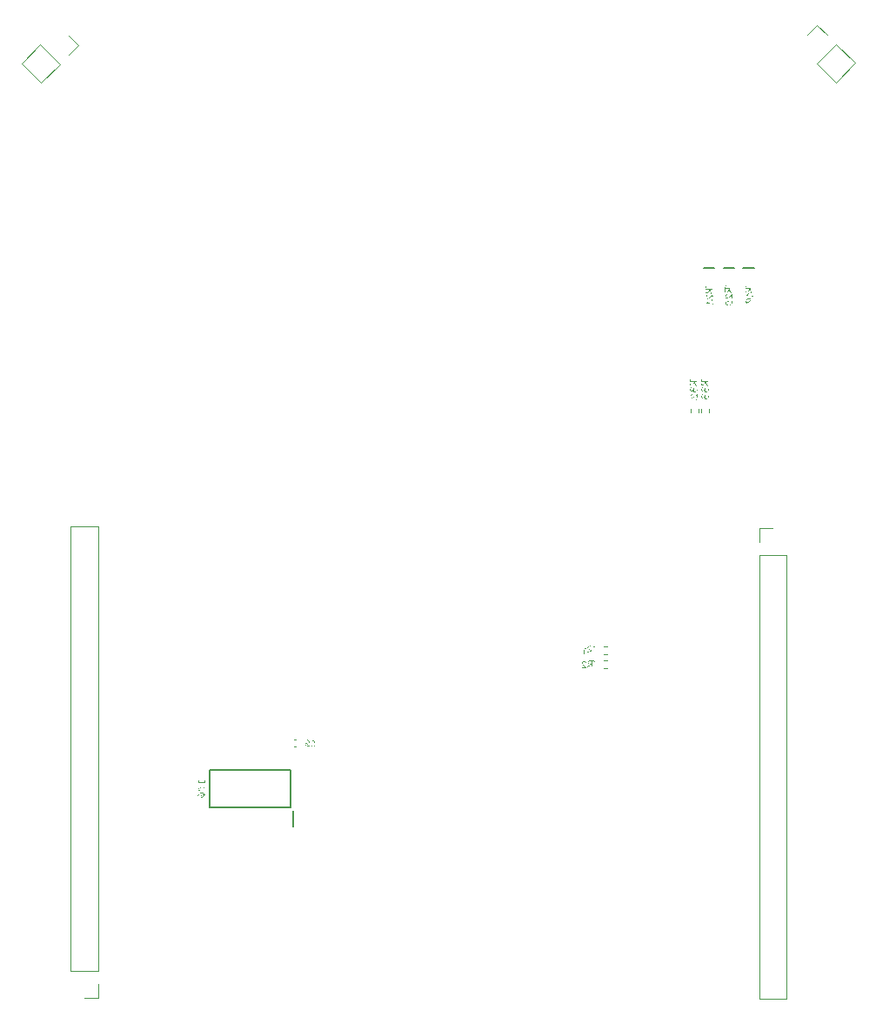
<source format=gbo>
%TF.GenerationSoftware,KiCad,Pcbnew,8.0.2*%
%TF.CreationDate,2024-05-28T09:54:11+02:00*%
%TF.ProjectId,esp_mini_open_brd,6573705f-6d69-46e6-995f-6f70656e5f62,rev?*%
%TF.SameCoordinates,Original*%
%TF.FileFunction,Legend,Bot*%
%TF.FilePolarity,Positive*%
%FSLAX46Y46*%
G04 Gerber Fmt 4.6, Leading zero omitted, Abs format (unit mm)*
G04 Created by KiCad (PCBNEW 8.0.2) date 2024-05-28 09:54:11*
%MOMM*%
%LPD*%
G01*
G04 APERTURE LIST*
%ADD10C,0.150000*%
%ADD11C,0.120000*%
%ADD12C,0.200000*%
G04 APERTURE END LIST*
D10*
G36*
X152898807Y-117028279D02*
G01*
X152934497Y-117029267D01*
X152971924Y-117031491D01*
X153007092Y-117034549D01*
X153041096Y-117038310D01*
X153077844Y-117043458D01*
X153111897Y-117049765D01*
X153143545Y-117057064D01*
X153178452Y-117066427D01*
X153212013Y-117076881D01*
X153248160Y-117089943D01*
X153252020Y-117091466D01*
X153286396Y-117107462D01*
X153310906Y-117133028D01*
X153304922Y-117151151D01*
X153291244Y-117158502D01*
X153275002Y-117155083D01*
X153257905Y-117145851D01*
X153226874Y-117129993D01*
X153194646Y-117115931D01*
X153168543Y-117106698D01*
X153135369Y-117097102D01*
X153099074Y-117088063D01*
X153086916Y-117085605D01*
X153052057Y-117080198D01*
X153016838Y-117075240D01*
X153016842Y-117076420D01*
X153017863Y-117110631D01*
X153018417Y-117132870D01*
X153018718Y-117168419D01*
X153018696Y-117173641D01*
X153018151Y-117210917D01*
X153017441Y-117247531D01*
X153016669Y-117284198D01*
X153015715Y-117327420D01*
X153014881Y-117364138D01*
X153013944Y-117404545D01*
X153012905Y-117448638D01*
X153024702Y-117457529D01*
X153028634Y-117468300D01*
X153026754Y-117483003D01*
X153021796Y-117501468D01*
X153014444Y-117512410D01*
X153007092Y-117519249D01*
X153006066Y-117553101D01*
X153005810Y-117557872D01*
X153004015Y-117592766D01*
X153003539Y-117600189D01*
X153001327Y-117637823D01*
X153000082Y-117672096D01*
X153000024Y-117680652D01*
X152997689Y-117716035D01*
X152995295Y-117733816D01*
X152976660Y-117754333D01*
X152954092Y-117746981D01*
X152943320Y-117728858D01*
X152949304Y-117705948D01*
X152951912Y-117696363D01*
X152956143Y-117661325D01*
X152962982Y-117534807D01*
X152938983Y-117540541D01*
X152903528Y-117549581D01*
X152868436Y-117558914D01*
X152832301Y-117568825D01*
X152799340Y-117578469D01*
X152763973Y-117589689D01*
X152739567Y-117598309D01*
X152705202Y-117611350D01*
X152668513Y-117626732D01*
X152635489Y-117642294D01*
X152602235Y-117660299D01*
X152575906Y-117673635D01*
X152557270Y-117677054D01*
X152536754Y-117660470D01*
X152526838Y-117631918D01*
X152544799Y-117615679D01*
X152577787Y-117601998D01*
X152595073Y-117595989D01*
X152628410Y-117584932D01*
X152663312Y-117573802D01*
X152697486Y-117563181D01*
X152735592Y-117551562D01*
X152756108Y-117545578D01*
X152768985Y-117541822D01*
X152807752Y-117530864D01*
X152846723Y-117520376D01*
X152885899Y-117510356D01*
X152925278Y-117500805D01*
X152964863Y-117491723D01*
X152965888Y-117483003D01*
X152964080Y-117482215D01*
X152932036Y-117469326D01*
X152913243Y-117461624D01*
X152881600Y-117447613D01*
X152857248Y-117437451D01*
X152823163Y-117422728D01*
X152787105Y-117406343D01*
X152755040Y-117390808D01*
X152723282Y-117374095D01*
X152712554Y-117367933D01*
X152682802Y-117348202D01*
X152654028Y-117324089D01*
X152629761Y-117297672D01*
X152625476Y-117292089D01*
X152608195Y-117262113D01*
X152597827Y-117228697D01*
X152594371Y-117191841D01*
X152643439Y-117191841D01*
X152645597Y-117215932D01*
X152656926Y-117250085D01*
X152677964Y-117281857D01*
X152704817Y-117308101D01*
X152725485Y-117323850D01*
X152754352Y-117342715D01*
X152787655Y-117361545D01*
X152818796Y-117377208D01*
X152853018Y-117392847D01*
X152890320Y-117408460D01*
X152900971Y-117412925D01*
X152934088Y-117424703D01*
X152935685Y-117425208D01*
X152968795Y-117433935D01*
X152972727Y-117312375D01*
X152976660Y-117155596D01*
X152976526Y-117139674D01*
X152975292Y-117104647D01*
X152972727Y-117072333D01*
X152968092Y-117071853D01*
X152932718Y-117070524D01*
X152896304Y-117070282D01*
X152866633Y-117070889D01*
X152829709Y-117073587D01*
X152791771Y-117079202D01*
X152757647Y-117087550D01*
X152730741Y-117096750D01*
X152699677Y-117111529D01*
X152671820Y-117132173D01*
X152652419Y-117157058D01*
X152643439Y-117191841D01*
X152594371Y-117191841D01*
X152596486Y-117168504D01*
X152607594Y-117136063D01*
X152628223Y-117106698D01*
X152632580Y-117102105D01*
X152661061Y-117079181D01*
X152693578Y-117061776D01*
X152728240Y-117048911D01*
X152745217Y-117044062D01*
X152781783Y-117036304D01*
X152816636Y-117031637D01*
X152854156Y-117028950D01*
X152888439Y-117028223D01*
X152898807Y-117028279D01*
G37*
G36*
X151916646Y-117728858D02*
G01*
X151953544Y-117733351D01*
X151987817Y-117737982D01*
X152024277Y-117743144D01*
X152034273Y-117744587D01*
X152070421Y-117750024D01*
X152104905Y-117754979D01*
X152130358Y-117758265D01*
X152207808Y-117770062D01*
X152244145Y-117775635D01*
X152278949Y-117780570D01*
X152308338Y-117784252D01*
X152343554Y-117787291D01*
X152378775Y-117788589D01*
X152392968Y-117788698D01*
X152423914Y-117776901D01*
X152438090Y-117744899D01*
X152438104Y-117743562D01*
X152434172Y-117724926D01*
X152421349Y-117708342D01*
X152397285Y-117684006D01*
X152371666Y-117657597D01*
X152348056Y-117632683D01*
X152323896Y-117606444D01*
X152299493Y-117578972D01*
X152275258Y-117551056D01*
X152252089Y-117523929D01*
X152227087Y-117494283D01*
X152223366Y-117489842D01*
X152201687Y-117463031D01*
X152179131Y-117433665D01*
X152156958Y-117402628D01*
X152136612Y-117370931D01*
X152132752Y-117364350D01*
X152116974Y-117331482D01*
X152107039Y-117297846D01*
X152102949Y-117263441D01*
X152102832Y-117256468D01*
X152107039Y-117221502D01*
X152122584Y-117188913D01*
X152132752Y-117177651D01*
X152162400Y-117158600D01*
X152196143Y-117150463D01*
X152210714Y-117149783D01*
X152246764Y-117152678D01*
X152274486Y-117160041D01*
X152307269Y-117174830D01*
X152338982Y-117191868D01*
X152350909Y-117198680D01*
X152376384Y-117215948D01*
X152393994Y-117230139D01*
X152421007Y-117250655D01*
X152441011Y-117259546D01*
X152464581Y-117234676D01*
X152464604Y-117233045D01*
X152450275Y-117201982D01*
X152439130Y-117192867D01*
X152409429Y-117175529D01*
X152396900Y-117168419D01*
X152365877Y-117151794D01*
X152362535Y-117149783D01*
X152330374Y-117132745D01*
X152299060Y-117118953D01*
X152283718Y-117113537D01*
X152249089Y-117105806D01*
X152214398Y-117102934D01*
X152202849Y-117102766D01*
X152166904Y-117106107D01*
X152131755Y-117117654D01*
X152101648Y-117137449D01*
X152093600Y-117144996D01*
X152071601Y-117173486D01*
X152057749Y-117206385D01*
X152052046Y-117243691D01*
X152051883Y-117251681D01*
X152054984Y-117288450D01*
X152063277Y-117322324D01*
X152073938Y-117350160D01*
X152089747Y-117382695D01*
X152106850Y-117412361D01*
X152123519Y-117436841D01*
X152145574Y-117465901D01*
X152168495Y-117494482D01*
X152189172Y-117519249D01*
X152213383Y-117546818D01*
X152239327Y-117575455D01*
X152263933Y-117602319D01*
X152287808Y-117628232D01*
X152292951Y-117633799D01*
X152344071Y-117689706D01*
X152360142Y-117706803D01*
X152373306Y-117726978D01*
X152349884Y-117738774D01*
X152313467Y-117736552D01*
X152276577Y-117731473D01*
X152267134Y-117729884D01*
X152232178Y-117723817D01*
X152205756Y-117719113D01*
X152120613Y-117704410D01*
X152086504Y-117699751D01*
X152050514Y-117695059D01*
X152023502Y-117691587D01*
X151989035Y-117687061D01*
X151953719Y-117681860D01*
X151938188Y-117678935D01*
X151910833Y-117663719D01*
X151891171Y-117656367D01*
X151871852Y-117686135D01*
X151871681Y-117692613D01*
X151883990Y-117714668D01*
X151915372Y-117728555D01*
X151916646Y-117728858D01*
G37*
G36*
X125613672Y-125264214D02*
G01*
X125636048Y-125291954D01*
X125661971Y-125319266D01*
X125687564Y-125342814D01*
X125715874Y-125366035D01*
X125724461Y-125372609D01*
X125755559Y-125392994D01*
X125787966Y-125408373D01*
X125821681Y-125418744D01*
X125856706Y-125424108D01*
X125877308Y-125424926D01*
X125914358Y-125422512D01*
X125948316Y-125415272D01*
X125983338Y-125401087D01*
X126014321Y-125380597D01*
X126021436Y-125374490D01*
X126045895Y-125346237D01*
X126063366Y-125311915D01*
X126072921Y-125276904D01*
X126077125Y-125237246D01*
X126077343Y-125225062D01*
X126075868Y-125190184D01*
X126071444Y-125153084D01*
X126065154Y-125118797D01*
X126056606Y-125082810D01*
X126053749Y-125072215D01*
X126043059Y-125035970D01*
X126031632Y-125001885D01*
X126017671Y-124965575D01*
X126002749Y-124932086D01*
X125998868Y-124924155D01*
X125982070Y-124893701D01*
X125961640Y-124862659D01*
X125939587Y-124835025D01*
X125923983Y-124818495D01*
X125897235Y-124796226D01*
X125865050Y-124780390D01*
X125838156Y-124776266D01*
X125802811Y-124782953D01*
X125774467Y-124804826D01*
X125773016Y-124806698D01*
X125756449Y-124838337D01*
X125750138Y-124873764D01*
X125749935Y-124882096D01*
X125756432Y-124915948D01*
X125770623Y-124944842D01*
X125782249Y-124956468D01*
X125790113Y-124947749D01*
X125786694Y-124934584D01*
X125783275Y-124917316D01*
X125786544Y-124882278D01*
X125789088Y-124871325D01*
X125806949Y-124842093D01*
X125808749Y-124840550D01*
X125841062Y-124828241D01*
X125875812Y-124836746D01*
X125905306Y-124858144D01*
X125929910Y-124886851D01*
X125949936Y-124918083D01*
X125969527Y-124955960D01*
X125973393Y-124964333D01*
X125986537Y-124996299D01*
X125998464Y-125030456D01*
X126009173Y-125066804D01*
X126014597Y-125087944D01*
X126021852Y-125121914D01*
X126027537Y-125159389D01*
X126030598Y-125196079D01*
X126031181Y-125220104D01*
X126028190Y-125254645D01*
X126018279Y-125288941D01*
X126013058Y-125300460D01*
X125994223Y-125329393D01*
X125967433Y-125354220D01*
X125961254Y-125358419D01*
X125929474Y-125373145D01*
X125893374Y-125379624D01*
X125882266Y-125379961D01*
X125847281Y-125377813D01*
X125809916Y-125370262D01*
X125774661Y-125357275D01*
X125752329Y-125345596D01*
X125723275Y-125327195D01*
X125694413Y-125306358D01*
X125665743Y-125283085D01*
X125637266Y-125257375D01*
X125623589Y-125235491D01*
X125605808Y-125215317D01*
X125598114Y-125218223D01*
X125596062Y-125228994D01*
X125611540Y-125261091D01*
X125613672Y-125264214D01*
G37*
G36*
X125294984Y-124749765D02*
G01*
X125313107Y-124758656D01*
X125327013Y-124766932D01*
X125360224Y-124789352D01*
X125391214Y-124814242D01*
X125419983Y-124841604D01*
X125446532Y-124871437D01*
X125470860Y-124903741D01*
X125492967Y-124938516D01*
X125501083Y-124952947D01*
X125519082Y-124989445D01*
X125533808Y-125026544D01*
X125545262Y-125064245D01*
X125553443Y-125102546D01*
X125558351Y-125141448D01*
X125559988Y-125180952D01*
X125559623Y-125199015D01*
X125555931Y-125238791D01*
X125548262Y-125275245D01*
X125536618Y-125308378D01*
X125518442Y-125342176D01*
X125501680Y-125363675D01*
X125472345Y-125387582D01*
X125437979Y-125401482D01*
X125403208Y-125405435D01*
X125388505Y-125404922D01*
X125381666Y-125404410D01*
X125375853Y-125436210D01*
X125363030Y-125468181D01*
X125361305Y-125470893D01*
X125331743Y-125490578D01*
X125308662Y-125481688D01*
X125297378Y-125464249D01*
X125307636Y-125452794D01*
X125321827Y-125435697D01*
X125326411Y-125426080D01*
X125335675Y-125392613D01*
X125325114Y-125389136D01*
X125289782Y-125376062D01*
X125256986Y-125361582D01*
X125222611Y-125343309D01*
X125191547Y-125323199D01*
X125177303Y-125312543D01*
X125148615Y-125287843D01*
X125124578Y-125262143D01*
X125103327Y-125232414D01*
X125089112Y-125205142D01*
X125078055Y-125171920D01*
X125074938Y-125144706D01*
X125118030Y-125144706D01*
X125119082Y-125158509D01*
X125129718Y-125192351D01*
X125147950Y-125223181D01*
X125149840Y-125225803D01*
X125173203Y-125253715D01*
X125198544Y-125277618D01*
X125227793Y-125300118D01*
X125234068Y-125304378D01*
X125266486Y-125323335D01*
X125300640Y-125338385D01*
X125336530Y-125349528D01*
X125334570Y-125334318D01*
X125328600Y-125298215D01*
X125319420Y-125258516D01*
X125308040Y-125222773D01*
X125294459Y-125190984D01*
X125275836Y-125158897D01*
X125257948Y-125136062D01*
X125232302Y-125112965D01*
X125200999Y-125097020D01*
X125167099Y-125091705D01*
X125155598Y-125092534D01*
X125126129Y-125110390D01*
X125118030Y-125144706D01*
X125074938Y-125144706D01*
X125073920Y-125135816D01*
X125078992Y-125102116D01*
X125097001Y-125071189D01*
X125099948Y-125068104D01*
X125129483Y-125050590D01*
X125164021Y-125045714D01*
X125199128Y-125049997D01*
X125232982Y-125062846D01*
X125262671Y-125081960D01*
X125282313Y-125099462D01*
X125305499Y-125126797D01*
X125324156Y-125155659D01*
X125340975Y-125188816D01*
X125350353Y-125211525D01*
X125361604Y-125245477D01*
X125370662Y-125281949D01*
X125377527Y-125320940D01*
X125381666Y-125356367D01*
X125394552Y-125355924D01*
X125428974Y-125349274D01*
X125459765Y-125332528D01*
X125482709Y-125305931D01*
X125492994Y-125286272D01*
X125504430Y-125253989D01*
X125511080Y-125218351D01*
X125512971Y-125183858D01*
X125511644Y-125146342D01*
X125507662Y-125110304D01*
X125501025Y-125075744D01*
X125491733Y-125042661D01*
X125477079Y-125004912D01*
X125458603Y-124969291D01*
X125443870Y-124946544D01*
X125422246Y-124918929D01*
X125397057Y-124892224D01*
X125368303Y-124866429D01*
X125335985Y-124841544D01*
X125307564Y-124822291D01*
X125276861Y-124803621D01*
X125270891Y-124799884D01*
X125251387Y-124770282D01*
X125260277Y-124753185D01*
X125278742Y-124746859D01*
X125294984Y-124749765D01*
G37*
G36*
X152877760Y-115628279D02*
G01*
X152913450Y-115629267D01*
X152950877Y-115631491D01*
X152986045Y-115634549D01*
X153020049Y-115638310D01*
X153056797Y-115643458D01*
X153090850Y-115649765D01*
X153122498Y-115657064D01*
X153157405Y-115666427D01*
X153190966Y-115676881D01*
X153227113Y-115689943D01*
X153230973Y-115691466D01*
X153265349Y-115707462D01*
X153289859Y-115733028D01*
X153283875Y-115751151D01*
X153270197Y-115758502D01*
X153253955Y-115755083D01*
X153236858Y-115745851D01*
X153205827Y-115729993D01*
X153173599Y-115715931D01*
X153147496Y-115706698D01*
X153114322Y-115697102D01*
X153078027Y-115688063D01*
X153065869Y-115685605D01*
X153031010Y-115680198D01*
X152995791Y-115675240D01*
X152995795Y-115676420D01*
X152996816Y-115710631D01*
X152997370Y-115732870D01*
X152997671Y-115768419D01*
X152997649Y-115773641D01*
X152997104Y-115810917D01*
X152996394Y-115847531D01*
X152995622Y-115884198D01*
X152994668Y-115927420D01*
X152993834Y-115964138D01*
X152992897Y-116004545D01*
X152991858Y-116048638D01*
X153003655Y-116057529D01*
X153007587Y-116068300D01*
X153005707Y-116083003D01*
X153000749Y-116101468D01*
X152993397Y-116112410D01*
X152986045Y-116119249D01*
X152985019Y-116153101D01*
X152984763Y-116157872D01*
X152982968Y-116192766D01*
X152982492Y-116200189D01*
X152980280Y-116237823D01*
X152979035Y-116272096D01*
X152978977Y-116280652D01*
X152976642Y-116316035D01*
X152974248Y-116333816D01*
X152955613Y-116354333D01*
X152933045Y-116346981D01*
X152922273Y-116328858D01*
X152928257Y-116305948D01*
X152930865Y-116296363D01*
X152935096Y-116261325D01*
X152941935Y-116134807D01*
X152917936Y-116140541D01*
X152882481Y-116149581D01*
X152847389Y-116158914D01*
X152811254Y-116168825D01*
X152778293Y-116178469D01*
X152742926Y-116189689D01*
X152718520Y-116198309D01*
X152684155Y-116211350D01*
X152647466Y-116226732D01*
X152614442Y-116242294D01*
X152581188Y-116260299D01*
X152554859Y-116273635D01*
X152536223Y-116277054D01*
X152515707Y-116260470D01*
X152505791Y-116231918D01*
X152523752Y-116215679D01*
X152556740Y-116201998D01*
X152574026Y-116195989D01*
X152607363Y-116184932D01*
X152642265Y-116173802D01*
X152676439Y-116163181D01*
X152714545Y-116151562D01*
X152735061Y-116145578D01*
X152747938Y-116141822D01*
X152786705Y-116130864D01*
X152825676Y-116120376D01*
X152864852Y-116110356D01*
X152904231Y-116100805D01*
X152943816Y-116091723D01*
X152944841Y-116083003D01*
X152943033Y-116082215D01*
X152910989Y-116069326D01*
X152892196Y-116061624D01*
X152860553Y-116047613D01*
X152836201Y-116037451D01*
X152802116Y-116022728D01*
X152766058Y-116006343D01*
X152733993Y-115990808D01*
X152702235Y-115974095D01*
X152691507Y-115967933D01*
X152661755Y-115948202D01*
X152632981Y-115924089D01*
X152608714Y-115897672D01*
X152604429Y-115892089D01*
X152587148Y-115862113D01*
X152576780Y-115828697D01*
X152573324Y-115791841D01*
X152622392Y-115791841D01*
X152624550Y-115815932D01*
X152635879Y-115850085D01*
X152656917Y-115881857D01*
X152683770Y-115908101D01*
X152704438Y-115923850D01*
X152733305Y-115942715D01*
X152766608Y-115961545D01*
X152797749Y-115977208D01*
X152831971Y-115992847D01*
X152869273Y-116008460D01*
X152879924Y-116012925D01*
X152913041Y-116024703D01*
X152914638Y-116025208D01*
X152947748Y-116033935D01*
X152951680Y-115912375D01*
X152955613Y-115755596D01*
X152955479Y-115739674D01*
X152954245Y-115704647D01*
X152951680Y-115672333D01*
X152947045Y-115671853D01*
X152911671Y-115670524D01*
X152875257Y-115670282D01*
X152845586Y-115670889D01*
X152808662Y-115673587D01*
X152770724Y-115679202D01*
X152736600Y-115687550D01*
X152709694Y-115696750D01*
X152678630Y-115711529D01*
X152650773Y-115732173D01*
X152631372Y-115757058D01*
X152622392Y-115791841D01*
X152573324Y-115791841D01*
X152575439Y-115768504D01*
X152586547Y-115736063D01*
X152607176Y-115706698D01*
X152611533Y-115702105D01*
X152640014Y-115679181D01*
X152672531Y-115661776D01*
X152707193Y-115648911D01*
X152724170Y-115644062D01*
X152760736Y-115636304D01*
X152795589Y-115631637D01*
X152833109Y-115628950D01*
X152867392Y-115628223D01*
X152877760Y-115628279D01*
G37*
G36*
X152200438Y-116334842D02*
G01*
X152194112Y-116362710D01*
X152190693Y-116382885D01*
X152203003Y-116402888D01*
X152229845Y-116412292D01*
X152247626Y-116395024D01*
X152258635Y-116361033D01*
X152260278Y-116351426D01*
X152265685Y-116316512D01*
X152270900Y-116276096D01*
X152274934Y-116239802D01*
X152278845Y-116199988D01*
X152282633Y-116156652D01*
X152285393Y-116121840D01*
X152288084Y-116085047D01*
X152290706Y-116046274D01*
X152291565Y-116032909D01*
X152305243Y-115824155D01*
X152334076Y-115851990D01*
X152363258Y-115878179D01*
X152392788Y-115902720D01*
X152422667Y-115925615D01*
X152452895Y-115946862D01*
X152463048Y-115953579D01*
X152493481Y-115967257D01*
X152509210Y-115960931D01*
X152515023Y-115948621D01*
X152492455Y-115921266D01*
X152462255Y-115900686D01*
X152434058Y-115879338D01*
X152407865Y-115857222D01*
X152402867Y-115852707D01*
X152375536Y-115827125D01*
X152350585Y-115802922D01*
X152325534Y-115777817D01*
X152323024Y-115775257D01*
X152309175Y-115761409D01*
X152309175Y-115760554D01*
X152309175Y-115745851D01*
X152309175Y-115735934D01*
X152306269Y-115727215D01*
X152302336Y-115725163D01*
X152288659Y-115722257D01*
X152257371Y-115728241D01*
X152245574Y-115745851D01*
X152257200Y-115773206D01*
X152252135Y-115808500D01*
X152251387Y-115820222D01*
X152249774Y-115855902D01*
X152247680Y-115891455D01*
X152245357Y-115926840D01*
X152242507Y-115967460D01*
X152239849Y-116003724D01*
X152236855Y-116043338D01*
X152233740Y-116082819D01*
X152230807Y-116118768D01*
X152227396Y-116158738D01*
X152224268Y-116193190D01*
X152220890Y-116227249D01*
X152217022Y-116260299D01*
X152209958Y-116294025D01*
X152201885Y-116328801D01*
X152200438Y-116334842D01*
G37*
G36*
X168042879Y-80529978D02*
G01*
X168050230Y-80543656D01*
X168046811Y-80559898D01*
X168037579Y-80576995D01*
X168021721Y-80608026D01*
X168007659Y-80640254D01*
X167998426Y-80666357D01*
X167988830Y-80699531D01*
X167979791Y-80735826D01*
X167977333Y-80747984D01*
X167971926Y-80782843D01*
X167966968Y-80818062D01*
X167968148Y-80818058D01*
X168002359Y-80817037D01*
X168024598Y-80816483D01*
X168060147Y-80816182D01*
X168065369Y-80816204D01*
X168102645Y-80816749D01*
X168139259Y-80817459D01*
X168175926Y-80818231D01*
X168219148Y-80819185D01*
X168255866Y-80820019D01*
X168296273Y-80820956D01*
X168340366Y-80821995D01*
X168349257Y-80810198D01*
X168360028Y-80806266D01*
X168374731Y-80808146D01*
X168393196Y-80813104D01*
X168404138Y-80820456D01*
X168410977Y-80827808D01*
X168444829Y-80828834D01*
X168449600Y-80829090D01*
X168484494Y-80830885D01*
X168491917Y-80831361D01*
X168529551Y-80833573D01*
X168563824Y-80834818D01*
X168572380Y-80834876D01*
X168607763Y-80837211D01*
X168625544Y-80839605D01*
X168646061Y-80858240D01*
X168638709Y-80880808D01*
X168620586Y-80891580D01*
X168597676Y-80885596D01*
X168588091Y-80882988D01*
X168553053Y-80878757D01*
X168426535Y-80871918D01*
X168432269Y-80895917D01*
X168441309Y-80931372D01*
X168450642Y-80966464D01*
X168460553Y-81002599D01*
X168470197Y-81035560D01*
X168481417Y-81070927D01*
X168490037Y-81095333D01*
X168503078Y-81129698D01*
X168518460Y-81166387D01*
X168534022Y-81199411D01*
X168552027Y-81232665D01*
X168565363Y-81258994D01*
X168568782Y-81277630D01*
X168552198Y-81298146D01*
X168523646Y-81308062D01*
X168507407Y-81290101D01*
X168493726Y-81257113D01*
X168487717Y-81239827D01*
X168476660Y-81206490D01*
X168465530Y-81171588D01*
X168454909Y-81137414D01*
X168443290Y-81099308D01*
X168437306Y-81078792D01*
X168433550Y-81065915D01*
X168422592Y-81027148D01*
X168412104Y-80988177D01*
X168402084Y-80949001D01*
X168392533Y-80909622D01*
X168383451Y-80870037D01*
X168374731Y-80869012D01*
X168373943Y-80870820D01*
X168361054Y-80902864D01*
X168353352Y-80921657D01*
X168339341Y-80953300D01*
X168329179Y-80977652D01*
X168314456Y-81011737D01*
X168298071Y-81047795D01*
X168282536Y-81079860D01*
X168265823Y-81111618D01*
X168259661Y-81122346D01*
X168239930Y-81152098D01*
X168215817Y-81180872D01*
X168189400Y-81205139D01*
X168183817Y-81209424D01*
X168153841Y-81226705D01*
X168120425Y-81237073D01*
X168083569Y-81240529D01*
X168060232Y-81238414D01*
X168027791Y-81227306D01*
X167998426Y-81206677D01*
X167993833Y-81202320D01*
X167970909Y-81173839D01*
X167953504Y-81141322D01*
X167940639Y-81106660D01*
X167935790Y-81089683D01*
X167928032Y-81053117D01*
X167923365Y-81018264D01*
X167920678Y-80980744D01*
X167919951Y-80946461D01*
X167919993Y-80938596D01*
X167962010Y-80938596D01*
X167962617Y-80968267D01*
X167965315Y-81005191D01*
X167970930Y-81043129D01*
X167979278Y-81077253D01*
X167988478Y-81104159D01*
X168003257Y-81135223D01*
X168023901Y-81163080D01*
X168048786Y-81182481D01*
X168083569Y-81191461D01*
X168107660Y-81189303D01*
X168141813Y-81177974D01*
X168173585Y-81156936D01*
X168199829Y-81130083D01*
X168215578Y-81109415D01*
X168234443Y-81080548D01*
X168253273Y-81047245D01*
X168268936Y-81016104D01*
X168284575Y-80981882D01*
X168300188Y-80944580D01*
X168304653Y-80933929D01*
X168316431Y-80900812D01*
X168316936Y-80899215D01*
X168325663Y-80866105D01*
X168204103Y-80862173D01*
X168047324Y-80858240D01*
X168031402Y-80858374D01*
X167996375Y-80859608D01*
X167964061Y-80862173D01*
X167963581Y-80866808D01*
X167962252Y-80902182D01*
X167962010Y-80938596D01*
X167919993Y-80938596D01*
X167920007Y-80936093D01*
X167920995Y-80900403D01*
X167923219Y-80862976D01*
X167926277Y-80827808D01*
X167930038Y-80793804D01*
X167935186Y-80757056D01*
X167941493Y-80723003D01*
X167948792Y-80691355D01*
X167958155Y-80656448D01*
X167968609Y-80622887D01*
X167981671Y-80586740D01*
X167983194Y-80582880D01*
X167999190Y-80548504D01*
X168024756Y-80523994D01*
X168042879Y-80529978D01*
G37*
G36*
X168626570Y-81613415D02*
G01*
X168654438Y-81619741D01*
X168674613Y-81623160D01*
X168694616Y-81610850D01*
X168704020Y-81584008D01*
X168686752Y-81566227D01*
X168652761Y-81555218D01*
X168643154Y-81553575D01*
X168608240Y-81548168D01*
X168567824Y-81542953D01*
X168531530Y-81538919D01*
X168491716Y-81535008D01*
X168448380Y-81531220D01*
X168413568Y-81528460D01*
X168376775Y-81525769D01*
X168338002Y-81523147D01*
X168324637Y-81522288D01*
X168115883Y-81508610D01*
X168143718Y-81479777D01*
X168169907Y-81450595D01*
X168194448Y-81421065D01*
X168217343Y-81391186D01*
X168238590Y-81360958D01*
X168245307Y-81350805D01*
X168258985Y-81320372D01*
X168252659Y-81304643D01*
X168240349Y-81298830D01*
X168212994Y-81321398D01*
X168192414Y-81351598D01*
X168171066Y-81379795D01*
X168148950Y-81405988D01*
X168144435Y-81410986D01*
X168118853Y-81438317D01*
X168094650Y-81463268D01*
X168069545Y-81488319D01*
X168066985Y-81490829D01*
X168053137Y-81504678D01*
X168052282Y-81504678D01*
X168037579Y-81504678D01*
X168027662Y-81504678D01*
X168018943Y-81507584D01*
X168016891Y-81511517D01*
X168013985Y-81525194D01*
X168019969Y-81556482D01*
X168037579Y-81568279D01*
X168064934Y-81556653D01*
X168100228Y-81561718D01*
X168111950Y-81562466D01*
X168147630Y-81564079D01*
X168183183Y-81566173D01*
X168218568Y-81568496D01*
X168259188Y-81571346D01*
X168295452Y-81574004D01*
X168335066Y-81576998D01*
X168374547Y-81580113D01*
X168410496Y-81583046D01*
X168450466Y-81586457D01*
X168484918Y-81589585D01*
X168518977Y-81592963D01*
X168552027Y-81596831D01*
X168585753Y-81603895D01*
X168620529Y-81611968D01*
X168626570Y-81613415D01*
G37*
G36*
X168376133Y-81771301D02*
G01*
X168410082Y-81781048D01*
X168440897Y-81800114D01*
X168460191Y-81822547D01*
X168473911Y-81856784D01*
X168477484Y-81891412D01*
X168476926Y-81906719D01*
X168470645Y-81943912D01*
X168459025Y-81976072D01*
X168441752Y-82006988D01*
X168430180Y-82023530D01*
X168407311Y-82051853D01*
X168381818Y-82078311D01*
X168353702Y-82102902D01*
X168343632Y-82110897D01*
X168314546Y-82132965D01*
X168286431Y-82153169D01*
X168255828Y-82174208D01*
X168222739Y-82196081D01*
X168309079Y-82197106D01*
X168333388Y-82197458D01*
X168377963Y-82198094D01*
X168417147Y-82198639D01*
X168458547Y-82199193D01*
X168497107Y-82199669D01*
X168536298Y-82200013D01*
X168559935Y-82199650D01*
X168595870Y-82197742D01*
X168632383Y-82194200D01*
X168661790Y-82192319D01*
X168675980Y-82198132D01*
X168680426Y-82217794D01*
X168667090Y-82241730D01*
X168637341Y-82254039D01*
X168617549Y-82253893D01*
X168582043Y-82253198D01*
X168544368Y-82252146D01*
X168507867Y-82250948D01*
X168466724Y-82249458D01*
X168430468Y-82248055D01*
X168417742Y-82247635D01*
X168381113Y-82246453D01*
X168346808Y-82245391D01*
X168304681Y-82244162D01*
X168266685Y-82243147D01*
X168224996Y-82242178D01*
X168189761Y-82241544D01*
X168151274Y-82241217D01*
X168125799Y-82254894D01*
X168113778Y-82262215D01*
X168081689Y-82276436D01*
X168061001Y-82267204D01*
X168051256Y-82246175D01*
X168040963Y-82243624D01*
X168008430Y-82229519D01*
X167981329Y-82207365D01*
X167974758Y-82199703D01*
X167958657Y-82169353D01*
X167953290Y-82133506D01*
X167955160Y-82108886D01*
X168004239Y-82108886D01*
X168004343Y-82114673D01*
X168010864Y-82150132D01*
X168030740Y-82179838D01*
X168034093Y-82182758D01*
X168065391Y-82199331D01*
X168099299Y-82203945D01*
X168124773Y-82201039D01*
X168125799Y-82201039D01*
X168128450Y-82199352D01*
X168158112Y-82179497D01*
X168178904Y-82166006D01*
X168208238Y-82146632D01*
X168239650Y-82125335D01*
X168268035Y-82105445D01*
X168296769Y-82084437D01*
X168309846Y-82074291D01*
X168337373Y-82050720D01*
X168362277Y-82026122D01*
X168386870Y-81997584D01*
X168404639Y-81971237D01*
X168418460Y-81938520D01*
X168423629Y-81902183D01*
X168419145Y-81871880D01*
X168400206Y-81842344D01*
X168379766Y-81828396D01*
X168345325Y-81820801D01*
X168330965Y-81821206D01*
X168292379Y-81826236D01*
X168258266Y-81835353D01*
X168223826Y-81848872D01*
X168189058Y-81866792D01*
X168169487Y-81878675D01*
X168137321Y-81901115D01*
X168107806Y-81925649D01*
X168080941Y-81952277D01*
X168056727Y-81981000D01*
X168038890Y-82006281D01*
X168020847Y-82039054D01*
X168008391Y-82074646D01*
X168004239Y-82108886D01*
X167955160Y-82108886D01*
X167956154Y-82095806D01*
X167964744Y-82058253D01*
X167976665Y-82026182D01*
X167992794Y-81994219D01*
X168013130Y-81962365D01*
X168020715Y-81951903D01*
X168044994Y-81921930D01*
X168071557Y-81894073D01*
X168100405Y-81868331D01*
X168131536Y-81844705D01*
X168164951Y-81823195D01*
X168199334Y-81804718D01*
X168233369Y-81790064D01*
X168267054Y-81779233D01*
X168305914Y-81771428D01*
X168344299Y-81768827D01*
X168376133Y-81771301D01*
G37*
G36*
X166042879Y-80538338D02*
G01*
X166050230Y-80552016D01*
X166046811Y-80568258D01*
X166037579Y-80585355D01*
X166021721Y-80616386D01*
X166007659Y-80648614D01*
X165998426Y-80674717D01*
X165988830Y-80707891D01*
X165979791Y-80744186D01*
X165977333Y-80756344D01*
X165971926Y-80791203D01*
X165966968Y-80826422D01*
X165968148Y-80826418D01*
X166002359Y-80825397D01*
X166024598Y-80824843D01*
X166060147Y-80824542D01*
X166065369Y-80824564D01*
X166102645Y-80825109D01*
X166139259Y-80825819D01*
X166175926Y-80826591D01*
X166219148Y-80827545D01*
X166255866Y-80828379D01*
X166296273Y-80829316D01*
X166340366Y-80830355D01*
X166349257Y-80818558D01*
X166360028Y-80814626D01*
X166374731Y-80816506D01*
X166393196Y-80821464D01*
X166404138Y-80828816D01*
X166410977Y-80836168D01*
X166444829Y-80837194D01*
X166449600Y-80837450D01*
X166484494Y-80839245D01*
X166491917Y-80839721D01*
X166529551Y-80841933D01*
X166563824Y-80843178D01*
X166572380Y-80843236D01*
X166607763Y-80845571D01*
X166625544Y-80847965D01*
X166646061Y-80866600D01*
X166638709Y-80889168D01*
X166620586Y-80899940D01*
X166597676Y-80893956D01*
X166588091Y-80891348D01*
X166553053Y-80887117D01*
X166426535Y-80880278D01*
X166432269Y-80904277D01*
X166441309Y-80939732D01*
X166450642Y-80974824D01*
X166460553Y-81010959D01*
X166470197Y-81043920D01*
X166481417Y-81079287D01*
X166490037Y-81103693D01*
X166503078Y-81138058D01*
X166518460Y-81174747D01*
X166534022Y-81207771D01*
X166552027Y-81241025D01*
X166565363Y-81267354D01*
X166568782Y-81285990D01*
X166552198Y-81306506D01*
X166523646Y-81316422D01*
X166507407Y-81298461D01*
X166493726Y-81265473D01*
X166487717Y-81248187D01*
X166476660Y-81214850D01*
X166465530Y-81179948D01*
X166454909Y-81145774D01*
X166443290Y-81107668D01*
X166437306Y-81087152D01*
X166433550Y-81074275D01*
X166422592Y-81035508D01*
X166412104Y-80996537D01*
X166402084Y-80957361D01*
X166392533Y-80917982D01*
X166383451Y-80878397D01*
X166374731Y-80877372D01*
X166373943Y-80879180D01*
X166361054Y-80911224D01*
X166353352Y-80930017D01*
X166339341Y-80961660D01*
X166329179Y-80986012D01*
X166314456Y-81020097D01*
X166298071Y-81056155D01*
X166282536Y-81088220D01*
X166265823Y-81119978D01*
X166259661Y-81130706D01*
X166239930Y-81160458D01*
X166215817Y-81189232D01*
X166189400Y-81213499D01*
X166183817Y-81217784D01*
X166153841Y-81235065D01*
X166120425Y-81245433D01*
X166083569Y-81248889D01*
X166060232Y-81246774D01*
X166027791Y-81235666D01*
X165998426Y-81215037D01*
X165993833Y-81210680D01*
X165970909Y-81182199D01*
X165953504Y-81149682D01*
X165940639Y-81115020D01*
X165935790Y-81098043D01*
X165928032Y-81061477D01*
X165923365Y-81026624D01*
X165920678Y-80989104D01*
X165919951Y-80954821D01*
X165919993Y-80946956D01*
X165962010Y-80946956D01*
X165962617Y-80976627D01*
X165965315Y-81013551D01*
X165970930Y-81051489D01*
X165979278Y-81085613D01*
X165988478Y-81112519D01*
X166003257Y-81143583D01*
X166023901Y-81171440D01*
X166048786Y-81190841D01*
X166083569Y-81199821D01*
X166107660Y-81197663D01*
X166141813Y-81186334D01*
X166173585Y-81165296D01*
X166199829Y-81138443D01*
X166215578Y-81117775D01*
X166234443Y-81088908D01*
X166253273Y-81055605D01*
X166268936Y-81024464D01*
X166284575Y-80990242D01*
X166300188Y-80952940D01*
X166304653Y-80942289D01*
X166316431Y-80909172D01*
X166316936Y-80907575D01*
X166325663Y-80874465D01*
X166204103Y-80870533D01*
X166047324Y-80866600D01*
X166031402Y-80866734D01*
X165996375Y-80867968D01*
X165964061Y-80870533D01*
X165963581Y-80875168D01*
X165962252Y-80910542D01*
X165962010Y-80946956D01*
X165919993Y-80946956D01*
X165920007Y-80944453D01*
X165920995Y-80908763D01*
X165923219Y-80871336D01*
X165926277Y-80836168D01*
X165930038Y-80802164D01*
X165935186Y-80765416D01*
X165941493Y-80731363D01*
X165948792Y-80699715D01*
X165958155Y-80664808D01*
X165968609Y-80631247D01*
X165981671Y-80595100D01*
X165983194Y-80591240D01*
X165999190Y-80556864D01*
X166024756Y-80532354D01*
X166042879Y-80538338D01*
G37*
G36*
X166620586Y-81926614D02*
G01*
X166625079Y-81889716D01*
X166629710Y-81855443D01*
X166634872Y-81818983D01*
X166636315Y-81808987D01*
X166641752Y-81772839D01*
X166646707Y-81738355D01*
X166649993Y-81712902D01*
X166661790Y-81635452D01*
X166667363Y-81599115D01*
X166672298Y-81564311D01*
X166675980Y-81534922D01*
X166679019Y-81499706D01*
X166680317Y-81464485D01*
X166680426Y-81450292D01*
X166668629Y-81419346D01*
X166636627Y-81405170D01*
X166635290Y-81405156D01*
X166616654Y-81409088D01*
X166600070Y-81421911D01*
X166575734Y-81445975D01*
X166549325Y-81471594D01*
X166524411Y-81495204D01*
X166498172Y-81519364D01*
X166470700Y-81543767D01*
X166442784Y-81568002D01*
X166415657Y-81591171D01*
X166386011Y-81616173D01*
X166381570Y-81619894D01*
X166354759Y-81641573D01*
X166325393Y-81664129D01*
X166294356Y-81686302D01*
X166262659Y-81706648D01*
X166256078Y-81710508D01*
X166223210Y-81726286D01*
X166189574Y-81736221D01*
X166155169Y-81740311D01*
X166148196Y-81740428D01*
X166113230Y-81736221D01*
X166080641Y-81720676D01*
X166069379Y-81710508D01*
X166050328Y-81680860D01*
X166042191Y-81647117D01*
X166041511Y-81632546D01*
X166044406Y-81596496D01*
X166051769Y-81568774D01*
X166066558Y-81535991D01*
X166083596Y-81504278D01*
X166090408Y-81492351D01*
X166107676Y-81466876D01*
X166121867Y-81449266D01*
X166142383Y-81422253D01*
X166151274Y-81402249D01*
X166126404Y-81378679D01*
X166124773Y-81378656D01*
X166093710Y-81392985D01*
X166084595Y-81404130D01*
X166067257Y-81433831D01*
X166060147Y-81446360D01*
X166043522Y-81477383D01*
X166041511Y-81480725D01*
X166024473Y-81512886D01*
X166010681Y-81544200D01*
X166005265Y-81559542D01*
X165997534Y-81594171D01*
X165994662Y-81628862D01*
X165994494Y-81640411D01*
X165997835Y-81676356D01*
X166009382Y-81711505D01*
X166029177Y-81741612D01*
X166036724Y-81749660D01*
X166065214Y-81771659D01*
X166098113Y-81785511D01*
X166135419Y-81791214D01*
X166143409Y-81791377D01*
X166180178Y-81788276D01*
X166214052Y-81779983D01*
X166241888Y-81769322D01*
X166274423Y-81753513D01*
X166304089Y-81736410D01*
X166328569Y-81719741D01*
X166357629Y-81697686D01*
X166386210Y-81674765D01*
X166410977Y-81654088D01*
X166438546Y-81629877D01*
X166467183Y-81603933D01*
X166494047Y-81579327D01*
X166519960Y-81555452D01*
X166525527Y-81550309D01*
X166581434Y-81499189D01*
X166598531Y-81483118D01*
X166618706Y-81469954D01*
X166630502Y-81493376D01*
X166628280Y-81529793D01*
X166623201Y-81566683D01*
X166621612Y-81576126D01*
X166615545Y-81611082D01*
X166610841Y-81637504D01*
X166596138Y-81722647D01*
X166591479Y-81756756D01*
X166586787Y-81792746D01*
X166583315Y-81819758D01*
X166578789Y-81854225D01*
X166573588Y-81889541D01*
X166570663Y-81905072D01*
X166555447Y-81932427D01*
X166548095Y-81952089D01*
X166577863Y-81971408D01*
X166584341Y-81971579D01*
X166606396Y-81959270D01*
X166620283Y-81927888D01*
X166620586Y-81926614D01*
G37*
G36*
X166522771Y-82032901D02*
G01*
X166559509Y-82039454D01*
X166592313Y-82050773D01*
X166624519Y-82069203D01*
X166636941Y-82079283D01*
X166660749Y-82108898D01*
X166673327Y-82140949D01*
X166677519Y-82178111D01*
X166677032Y-82192747D01*
X166670974Y-82231319D01*
X166659992Y-82264527D01*
X166643709Y-82297227D01*
X166622125Y-82329420D01*
X166615080Y-82338434D01*
X166592504Y-82364148D01*
X166567764Y-82387866D01*
X166540861Y-82409589D01*
X166511793Y-82429316D01*
X166480562Y-82447047D01*
X166453585Y-82459902D01*
X166421223Y-82472453D01*
X166383484Y-82483129D01*
X166345760Y-82489535D01*
X166308053Y-82491670D01*
X166269339Y-82489768D01*
X166232527Y-82484062D01*
X166197617Y-82474552D01*
X166164609Y-82461238D01*
X166145205Y-82451226D01*
X166113727Y-82430406D01*
X166086685Y-82405989D01*
X166064079Y-82377975D01*
X166053588Y-82361128D01*
X166039185Y-82329098D01*
X166030543Y-82294878D01*
X166027973Y-82262399D01*
X166087502Y-82262399D01*
X166089868Y-82288495D01*
X166100387Y-82322195D01*
X166117422Y-82351988D01*
X166140537Y-82379373D01*
X166168743Y-82402758D01*
X166198803Y-82420547D01*
X166205268Y-82423694D01*
X166238554Y-82436383D01*
X166273442Y-82443996D01*
X166309934Y-82446534D01*
X166314172Y-82446496D01*
X166348558Y-82443437D01*
X166383799Y-82435484D01*
X166419895Y-82422638D01*
X166452181Y-82407382D01*
X166470400Y-82397255D01*
X166500483Y-82377899D01*
X166528276Y-82356466D01*
X166553778Y-82332954D01*
X166576989Y-82307365D01*
X166591519Y-82288418D01*
X166609644Y-82258191D01*
X166622500Y-82224314D01*
X166627425Y-82186831D01*
X166626031Y-82168378D01*
X166613442Y-82135078D01*
X166587760Y-82110920D01*
X166557884Y-82097293D01*
X166522796Y-82089322D01*
X166486375Y-82086984D01*
X166468950Y-82087204D01*
X166433227Y-82088959D01*
X166396338Y-82092469D01*
X166358282Y-82097734D01*
X166319060Y-82104755D01*
X166285485Y-82111946D01*
X166272004Y-82115145D01*
X166232890Y-82125688D01*
X166195773Y-82137649D01*
X166160650Y-82151029D01*
X166127523Y-82165827D01*
X166096392Y-82182044D01*
X166093315Y-82202560D01*
X166090005Y-82226447D01*
X166087502Y-82262399D01*
X166027973Y-82262399D01*
X166027662Y-82258467D01*
X166028360Y-82237302D01*
X166032620Y-82202560D01*
X166025269Y-82191789D01*
X166021849Y-82173153D01*
X166028346Y-82159475D01*
X166036553Y-82152637D01*
X166037533Y-82148806D01*
X166052282Y-82116733D01*
X166075705Y-82101688D01*
X166090579Y-82108526D01*
X166096392Y-82123230D01*
X166106879Y-82118019D01*
X166139284Y-82103194D01*
X166173108Y-82089584D01*
X166208351Y-82077188D01*
X166245012Y-82066006D01*
X166283091Y-82056039D01*
X166295991Y-82053016D01*
X166334585Y-82045118D01*
X166373024Y-82038975D01*
X166411306Y-82034587D01*
X166449431Y-82031955D01*
X166487401Y-82031077D01*
X166522771Y-82032901D01*
G37*
G36*
X164142879Y-80599203D02*
G01*
X164150230Y-80612881D01*
X164146811Y-80629123D01*
X164137579Y-80646220D01*
X164121721Y-80677251D01*
X164107659Y-80709479D01*
X164098426Y-80735582D01*
X164088830Y-80768756D01*
X164079791Y-80805051D01*
X164077333Y-80817209D01*
X164071926Y-80852068D01*
X164066968Y-80887287D01*
X164068148Y-80887283D01*
X164102359Y-80886262D01*
X164124598Y-80885708D01*
X164160147Y-80885407D01*
X164165369Y-80885429D01*
X164202645Y-80885974D01*
X164239259Y-80886684D01*
X164275926Y-80887456D01*
X164319148Y-80888410D01*
X164355866Y-80889244D01*
X164396273Y-80890181D01*
X164440366Y-80891220D01*
X164449257Y-80879423D01*
X164460028Y-80875491D01*
X164474731Y-80877371D01*
X164493196Y-80882329D01*
X164504138Y-80889681D01*
X164510977Y-80897033D01*
X164544829Y-80898059D01*
X164549600Y-80898315D01*
X164584494Y-80900110D01*
X164591917Y-80900586D01*
X164629551Y-80902798D01*
X164663824Y-80904043D01*
X164672380Y-80904101D01*
X164707763Y-80906436D01*
X164725544Y-80908830D01*
X164746061Y-80927465D01*
X164738709Y-80950033D01*
X164720586Y-80960805D01*
X164697676Y-80954821D01*
X164688091Y-80952213D01*
X164653053Y-80947982D01*
X164526535Y-80941143D01*
X164532269Y-80965142D01*
X164541309Y-81000597D01*
X164550642Y-81035689D01*
X164560553Y-81071824D01*
X164570197Y-81104785D01*
X164581417Y-81140152D01*
X164590037Y-81164558D01*
X164603078Y-81198923D01*
X164618460Y-81235612D01*
X164634022Y-81268636D01*
X164652027Y-81301890D01*
X164665363Y-81328219D01*
X164668782Y-81346855D01*
X164652198Y-81367371D01*
X164623646Y-81377287D01*
X164607407Y-81359326D01*
X164593726Y-81326338D01*
X164587717Y-81309052D01*
X164576660Y-81275715D01*
X164565530Y-81240813D01*
X164554909Y-81206639D01*
X164543290Y-81168533D01*
X164537306Y-81148017D01*
X164533550Y-81135140D01*
X164522592Y-81096373D01*
X164512104Y-81057402D01*
X164502084Y-81018226D01*
X164492533Y-80978847D01*
X164483451Y-80939262D01*
X164474731Y-80938237D01*
X164473943Y-80940045D01*
X164461054Y-80972089D01*
X164453352Y-80990882D01*
X164439341Y-81022525D01*
X164429179Y-81046877D01*
X164414456Y-81080962D01*
X164398071Y-81117020D01*
X164382536Y-81149085D01*
X164365823Y-81180843D01*
X164359661Y-81191571D01*
X164339930Y-81221323D01*
X164315817Y-81250097D01*
X164289400Y-81274364D01*
X164283817Y-81278649D01*
X164253841Y-81295930D01*
X164220425Y-81306298D01*
X164183569Y-81309754D01*
X164160232Y-81307639D01*
X164127791Y-81296531D01*
X164098426Y-81275902D01*
X164093833Y-81271545D01*
X164070909Y-81243064D01*
X164053504Y-81210547D01*
X164040639Y-81175885D01*
X164035790Y-81158908D01*
X164028032Y-81122342D01*
X164023365Y-81087489D01*
X164020678Y-81049969D01*
X164019951Y-81015686D01*
X164019993Y-81007821D01*
X164062010Y-81007821D01*
X164062617Y-81037492D01*
X164065315Y-81074416D01*
X164070930Y-81112354D01*
X164079278Y-81146478D01*
X164088478Y-81173384D01*
X164103257Y-81204448D01*
X164123901Y-81232305D01*
X164148786Y-81251706D01*
X164183569Y-81260686D01*
X164207660Y-81258528D01*
X164241813Y-81247199D01*
X164273585Y-81226161D01*
X164299829Y-81199308D01*
X164315578Y-81178640D01*
X164334443Y-81149773D01*
X164353273Y-81116470D01*
X164368936Y-81085329D01*
X164384575Y-81051107D01*
X164400188Y-81013805D01*
X164404653Y-81003154D01*
X164416431Y-80970037D01*
X164416936Y-80968440D01*
X164425663Y-80935330D01*
X164304103Y-80931398D01*
X164147324Y-80927465D01*
X164131402Y-80927599D01*
X164096375Y-80928833D01*
X164064061Y-80931398D01*
X164063581Y-80936033D01*
X164062252Y-80971407D01*
X164062010Y-81007821D01*
X164019993Y-81007821D01*
X164020007Y-81005318D01*
X164020995Y-80969628D01*
X164023219Y-80932201D01*
X164026277Y-80897033D01*
X164030038Y-80863029D01*
X164035186Y-80826281D01*
X164041493Y-80792228D01*
X164048792Y-80760580D01*
X164058155Y-80725673D01*
X164068609Y-80692112D01*
X164081671Y-80655965D01*
X164083194Y-80652105D01*
X164099190Y-80617729D01*
X164124756Y-80593219D01*
X164142879Y-80599203D01*
G37*
G36*
X164720586Y-81987479D02*
G01*
X164725079Y-81950581D01*
X164729710Y-81916308D01*
X164734872Y-81879848D01*
X164736315Y-81869852D01*
X164741752Y-81833704D01*
X164746707Y-81799220D01*
X164749993Y-81773767D01*
X164761790Y-81696317D01*
X164767363Y-81659980D01*
X164772298Y-81625176D01*
X164775980Y-81595787D01*
X164779019Y-81560571D01*
X164780317Y-81525350D01*
X164780426Y-81511157D01*
X164768629Y-81480211D01*
X164736627Y-81466035D01*
X164735290Y-81466021D01*
X164716654Y-81469953D01*
X164700070Y-81482776D01*
X164675734Y-81506840D01*
X164649325Y-81532459D01*
X164624411Y-81556069D01*
X164598172Y-81580229D01*
X164570700Y-81604632D01*
X164542784Y-81628867D01*
X164515657Y-81652036D01*
X164486011Y-81677038D01*
X164481570Y-81680759D01*
X164454759Y-81702438D01*
X164425393Y-81724994D01*
X164394356Y-81747167D01*
X164362659Y-81767513D01*
X164356078Y-81771373D01*
X164323210Y-81787151D01*
X164289574Y-81797086D01*
X164255169Y-81801176D01*
X164248196Y-81801293D01*
X164213230Y-81797086D01*
X164180641Y-81781541D01*
X164169379Y-81771373D01*
X164150328Y-81741725D01*
X164142191Y-81707982D01*
X164141511Y-81693411D01*
X164144406Y-81657361D01*
X164151769Y-81629639D01*
X164166558Y-81596856D01*
X164183596Y-81565143D01*
X164190408Y-81553216D01*
X164207676Y-81527741D01*
X164221867Y-81510131D01*
X164242383Y-81483118D01*
X164251274Y-81463114D01*
X164226404Y-81439544D01*
X164224773Y-81439521D01*
X164193710Y-81453850D01*
X164184595Y-81464995D01*
X164167257Y-81494696D01*
X164160147Y-81507225D01*
X164143522Y-81538248D01*
X164141511Y-81541590D01*
X164124473Y-81573751D01*
X164110681Y-81605065D01*
X164105265Y-81620407D01*
X164097534Y-81655036D01*
X164094662Y-81689727D01*
X164094494Y-81701276D01*
X164097835Y-81737221D01*
X164109382Y-81772370D01*
X164129177Y-81802477D01*
X164136724Y-81810525D01*
X164165214Y-81832524D01*
X164198113Y-81846376D01*
X164235419Y-81852079D01*
X164243409Y-81852242D01*
X164280178Y-81849141D01*
X164314052Y-81840848D01*
X164341888Y-81830187D01*
X164374423Y-81814378D01*
X164404089Y-81797275D01*
X164428569Y-81780606D01*
X164457629Y-81758551D01*
X164486210Y-81735630D01*
X164510977Y-81714953D01*
X164538546Y-81690742D01*
X164567183Y-81664798D01*
X164594047Y-81640192D01*
X164619960Y-81616317D01*
X164625527Y-81611174D01*
X164681434Y-81560054D01*
X164698531Y-81543983D01*
X164718706Y-81530819D01*
X164730502Y-81554241D01*
X164728280Y-81590658D01*
X164723201Y-81627548D01*
X164721612Y-81636991D01*
X164715545Y-81671947D01*
X164710841Y-81698369D01*
X164696138Y-81783512D01*
X164691479Y-81817621D01*
X164686787Y-81853611D01*
X164683315Y-81880623D01*
X164678789Y-81915090D01*
X164673588Y-81950406D01*
X164670663Y-81965937D01*
X164655447Y-81993292D01*
X164648095Y-82012954D01*
X164677863Y-82032273D01*
X164684341Y-82032444D01*
X164706396Y-82020135D01*
X164720283Y-81988753D01*
X164720586Y-81987479D01*
G37*
G36*
X164726570Y-82355578D02*
G01*
X164754438Y-82361904D01*
X164774613Y-82365323D01*
X164794616Y-82353013D01*
X164804020Y-82326171D01*
X164786752Y-82308390D01*
X164752761Y-82297381D01*
X164743154Y-82295738D01*
X164708240Y-82290331D01*
X164667824Y-82285116D01*
X164631530Y-82281082D01*
X164591716Y-82277171D01*
X164548380Y-82273383D01*
X164513568Y-82270623D01*
X164476775Y-82267932D01*
X164438002Y-82265309D01*
X164424637Y-82264451D01*
X164215883Y-82250773D01*
X164243718Y-82221940D01*
X164269907Y-82192758D01*
X164294448Y-82163228D01*
X164317343Y-82133349D01*
X164338590Y-82103121D01*
X164345307Y-82092968D01*
X164358985Y-82062535D01*
X164352659Y-82046806D01*
X164340349Y-82040993D01*
X164312994Y-82063561D01*
X164292414Y-82093761D01*
X164271066Y-82121958D01*
X164248950Y-82148151D01*
X164244435Y-82153149D01*
X164218853Y-82180480D01*
X164194650Y-82205431D01*
X164169545Y-82230482D01*
X164166985Y-82232992D01*
X164153137Y-82246841D01*
X164152282Y-82246841D01*
X164137579Y-82246841D01*
X164127662Y-82246841D01*
X164118943Y-82249747D01*
X164116891Y-82253680D01*
X164113985Y-82267357D01*
X164119969Y-82298645D01*
X164137579Y-82310442D01*
X164164934Y-82298816D01*
X164200228Y-82303881D01*
X164211950Y-82304629D01*
X164247630Y-82306242D01*
X164283183Y-82308336D01*
X164318568Y-82310659D01*
X164359188Y-82313508D01*
X164395452Y-82316166D01*
X164435066Y-82319161D01*
X164474547Y-82322276D01*
X164510496Y-82325209D01*
X164550466Y-82328620D01*
X164584918Y-82331747D01*
X164618977Y-82335125D01*
X164652027Y-82338994D01*
X164685753Y-82346058D01*
X164720529Y-82354131D01*
X164726570Y-82355578D01*
G37*
G36*
X163742879Y-89569950D02*
G01*
X163750230Y-89583628D01*
X163746811Y-89599870D01*
X163737579Y-89616967D01*
X163721721Y-89647998D01*
X163707659Y-89680226D01*
X163698426Y-89706329D01*
X163688830Y-89739503D01*
X163679791Y-89775798D01*
X163677333Y-89787956D01*
X163671926Y-89822815D01*
X163666968Y-89858034D01*
X163668148Y-89858030D01*
X163702359Y-89857009D01*
X163724598Y-89856455D01*
X163760147Y-89856154D01*
X163765369Y-89856176D01*
X163802645Y-89856721D01*
X163839259Y-89857431D01*
X163875926Y-89858203D01*
X163919148Y-89859157D01*
X163955866Y-89859991D01*
X163996273Y-89860928D01*
X164040366Y-89861967D01*
X164049257Y-89850170D01*
X164060028Y-89846238D01*
X164074731Y-89848118D01*
X164093196Y-89853076D01*
X164104138Y-89860428D01*
X164110977Y-89867780D01*
X164144829Y-89868806D01*
X164149600Y-89869062D01*
X164184494Y-89870857D01*
X164191917Y-89871333D01*
X164229551Y-89873545D01*
X164263824Y-89874790D01*
X164272380Y-89874848D01*
X164307763Y-89877183D01*
X164325544Y-89879577D01*
X164346061Y-89898212D01*
X164338709Y-89920780D01*
X164320586Y-89931552D01*
X164297676Y-89925568D01*
X164288091Y-89922960D01*
X164253053Y-89918729D01*
X164126535Y-89911890D01*
X164132269Y-89935889D01*
X164141309Y-89971344D01*
X164150642Y-90006436D01*
X164160553Y-90042571D01*
X164170197Y-90075532D01*
X164181417Y-90110899D01*
X164190037Y-90135305D01*
X164203078Y-90169670D01*
X164218460Y-90206359D01*
X164234022Y-90239383D01*
X164252027Y-90272637D01*
X164265363Y-90298966D01*
X164268782Y-90317602D01*
X164252198Y-90338118D01*
X164223646Y-90348034D01*
X164207407Y-90330073D01*
X164193726Y-90297085D01*
X164187717Y-90279799D01*
X164176660Y-90246462D01*
X164165530Y-90211560D01*
X164154909Y-90177386D01*
X164143290Y-90139280D01*
X164137306Y-90118764D01*
X164133550Y-90105887D01*
X164122592Y-90067120D01*
X164112104Y-90028149D01*
X164102084Y-89988973D01*
X164092533Y-89949594D01*
X164083451Y-89910009D01*
X164074731Y-89908984D01*
X164073943Y-89910792D01*
X164061054Y-89942836D01*
X164053352Y-89961629D01*
X164039341Y-89993272D01*
X164029179Y-90017624D01*
X164014456Y-90051709D01*
X163998071Y-90087767D01*
X163982536Y-90119832D01*
X163965823Y-90151590D01*
X163959661Y-90162318D01*
X163939930Y-90192070D01*
X163915817Y-90220844D01*
X163889400Y-90245111D01*
X163883817Y-90249396D01*
X163853841Y-90266677D01*
X163820425Y-90277045D01*
X163783569Y-90280501D01*
X163760232Y-90278386D01*
X163727791Y-90267278D01*
X163698426Y-90246649D01*
X163693833Y-90242292D01*
X163670909Y-90213811D01*
X163653504Y-90181294D01*
X163640639Y-90146632D01*
X163635790Y-90129655D01*
X163628032Y-90093089D01*
X163623365Y-90058236D01*
X163620678Y-90020716D01*
X163619951Y-89986433D01*
X163619993Y-89978568D01*
X163662010Y-89978568D01*
X163662617Y-90008239D01*
X163665315Y-90045163D01*
X163670930Y-90083101D01*
X163679278Y-90117225D01*
X163688478Y-90144131D01*
X163703257Y-90175195D01*
X163723901Y-90203052D01*
X163748786Y-90222453D01*
X163783569Y-90231433D01*
X163807660Y-90229275D01*
X163841813Y-90217946D01*
X163873585Y-90196908D01*
X163899829Y-90170055D01*
X163915578Y-90149387D01*
X163934443Y-90120520D01*
X163953273Y-90087217D01*
X163968936Y-90056076D01*
X163984575Y-90021854D01*
X164000188Y-89984552D01*
X164004653Y-89973901D01*
X164016431Y-89940784D01*
X164016936Y-89939187D01*
X164025663Y-89906077D01*
X163904103Y-89902145D01*
X163747324Y-89898212D01*
X163731402Y-89898346D01*
X163696375Y-89899580D01*
X163664061Y-89902145D01*
X163663581Y-89906780D01*
X163662252Y-89942154D01*
X163662010Y-89978568D01*
X163619993Y-89978568D01*
X163620007Y-89976065D01*
X163620995Y-89940375D01*
X163623219Y-89902948D01*
X163626277Y-89867780D01*
X163630038Y-89833776D01*
X163635186Y-89797028D01*
X163641493Y-89762975D01*
X163648792Y-89731327D01*
X163658155Y-89696420D01*
X163668609Y-89662859D01*
X163681671Y-89626712D01*
X163683194Y-89622852D01*
X163699190Y-89588476D01*
X163724756Y-89563966D01*
X163742879Y-89569950D01*
G37*
G36*
X164414791Y-90560208D02*
G01*
X164405900Y-90535247D01*
X164385384Y-90527895D01*
X164362576Y-90555096D01*
X164359909Y-90569099D01*
X164352822Y-90609950D01*
X164343847Y-90648623D01*
X164332987Y-90685117D01*
X164320239Y-90719432D01*
X164305605Y-90751568D01*
X164289084Y-90781526D01*
X164281947Y-90792898D01*
X164258654Y-90823402D01*
X164232499Y-90847595D01*
X164198370Y-90867844D01*
X164160346Y-90879502D01*
X164124655Y-90882658D01*
X164086655Y-90878005D01*
X164052259Y-90860818D01*
X164028564Y-90830966D01*
X164016771Y-90795299D01*
X164012949Y-90758468D01*
X164012840Y-90750327D01*
X164014084Y-90714344D01*
X164017814Y-90679997D01*
X164019337Y-90670484D01*
X164026083Y-90634431D01*
X164033793Y-90598527D01*
X164038315Y-90578844D01*
X164055131Y-90548724D01*
X164071269Y-90518449D01*
X164076612Y-90507378D01*
X164084477Y-90475065D01*
X164075244Y-90459336D01*
X164054044Y-90452497D01*
X164028569Y-90469081D01*
X164014738Y-90501724D01*
X164008053Y-90520030D01*
X163995786Y-90552472D01*
X163980527Y-90584828D01*
X163963883Y-90615264D01*
X163944208Y-90647810D01*
X163924254Y-90677165D01*
X163901109Y-90706807D01*
X163889400Y-90720065D01*
X163862642Y-90744694D01*
X163832181Y-90762606D01*
X163797787Y-90770815D01*
X163791434Y-90771014D01*
X163756978Y-90764665D01*
X163732278Y-90742120D01*
X163720620Y-90709961D01*
X163716290Y-90673885D01*
X163716036Y-90661251D01*
X163718188Y-90626864D01*
X163724643Y-90593114D01*
X163735401Y-90560002D01*
X163750463Y-90527529D01*
X163761001Y-90509259D01*
X163781582Y-90481754D01*
X163789041Y-90474039D01*
X163814002Y-90454378D01*
X163826654Y-90430955D01*
X163807910Y-90401265D01*
X163800325Y-90400522D01*
X163770139Y-90417384D01*
X163748863Y-90439674D01*
X163726579Y-90469517D01*
X163708040Y-90501521D01*
X163692753Y-90534292D01*
X163689536Y-90542085D01*
X163677222Y-90578331D01*
X163668937Y-90615902D01*
X163664957Y-90650412D01*
X163664061Y-90676981D01*
X163666428Y-90713674D01*
X163674609Y-90748703D01*
X163690358Y-90780254D01*
X163693981Y-90785205D01*
X163720340Y-90808751D01*
X163754537Y-90821429D01*
X163781689Y-90823844D01*
X163815708Y-90817884D01*
X163848353Y-90802123D01*
X163879132Y-90779515D01*
X163886151Y-90773408D01*
X163913143Y-90747420D01*
X163937870Y-90719894D01*
X163960331Y-90690829D01*
X163980527Y-90660226D01*
X163981553Y-90664158D01*
X163973659Y-90698325D01*
X163970782Y-90714081D01*
X163968105Y-90748996D01*
X163967875Y-90767082D01*
X163970386Y-90801767D01*
X163979214Y-90837059D01*
X163994399Y-90868402D01*
X164008053Y-90887103D01*
X164036220Y-90912167D01*
X164070497Y-90927949D01*
X164106572Y-90934215D01*
X164119696Y-90934633D01*
X164159842Y-90931513D01*
X164197186Y-90922154D01*
X164231729Y-90906557D01*
X164263472Y-90884720D01*
X164292413Y-90856644D01*
X164301438Y-90845899D01*
X164322837Y-90816554D01*
X164342584Y-90783869D01*
X164360678Y-90747845D01*
X164377119Y-90708482D01*
X164389081Y-90674587D01*
X164399986Y-90638555D01*
X164409833Y-90600386D01*
X164414616Y-90566413D01*
X164414791Y-90560208D01*
G37*
G36*
X164414791Y-91241353D02*
G01*
X164405900Y-91216391D01*
X164385384Y-91209039D01*
X164362576Y-91236240D01*
X164359909Y-91250243D01*
X164352822Y-91291095D01*
X164343847Y-91329768D01*
X164332987Y-91366261D01*
X164320239Y-91400576D01*
X164305605Y-91432713D01*
X164289084Y-91462670D01*
X164281947Y-91474043D01*
X164258654Y-91504547D01*
X164232499Y-91528740D01*
X164198370Y-91548988D01*
X164160346Y-91560646D01*
X164124655Y-91563802D01*
X164086655Y-91559150D01*
X164052259Y-91541962D01*
X164028564Y-91512110D01*
X164016771Y-91476443D01*
X164012949Y-91439613D01*
X164012840Y-91431471D01*
X164014084Y-91395488D01*
X164017814Y-91361141D01*
X164019337Y-91351628D01*
X164026083Y-91315575D01*
X164033793Y-91279671D01*
X164038315Y-91259988D01*
X164055131Y-91229868D01*
X164071269Y-91199593D01*
X164076612Y-91188523D01*
X164084477Y-91156210D01*
X164075244Y-91140480D01*
X164054044Y-91133642D01*
X164028569Y-91150226D01*
X164014738Y-91182869D01*
X164008053Y-91201175D01*
X163995786Y-91233616D01*
X163980527Y-91265972D01*
X163963883Y-91296408D01*
X163944208Y-91328954D01*
X163924254Y-91358310D01*
X163901109Y-91387951D01*
X163889400Y-91401210D01*
X163862642Y-91425838D01*
X163832181Y-91443750D01*
X163797787Y-91451960D01*
X163791434Y-91452159D01*
X163756978Y-91445810D01*
X163732278Y-91423265D01*
X163720620Y-91391105D01*
X163716290Y-91355029D01*
X163716036Y-91342396D01*
X163718188Y-91308008D01*
X163724643Y-91274258D01*
X163735401Y-91241147D01*
X163750463Y-91208673D01*
X163761001Y-91190404D01*
X163781582Y-91162899D01*
X163789041Y-91155184D01*
X163814002Y-91135522D01*
X163826654Y-91112099D01*
X163807910Y-91082410D01*
X163800325Y-91081667D01*
X163770139Y-91098528D01*
X163748863Y-91120819D01*
X163726579Y-91150662D01*
X163708040Y-91182665D01*
X163692753Y-91215437D01*
X163689536Y-91223230D01*
X163677222Y-91259476D01*
X163668937Y-91297047D01*
X163664957Y-91331556D01*
X163664061Y-91358125D01*
X163666428Y-91394819D01*
X163674609Y-91429848D01*
X163690358Y-91461398D01*
X163693981Y-91466349D01*
X163720340Y-91489895D01*
X163754537Y-91502573D01*
X163781689Y-91504988D01*
X163815708Y-91499029D01*
X163848353Y-91483267D01*
X163879132Y-91460660D01*
X163886151Y-91454552D01*
X163913143Y-91428565D01*
X163937870Y-91401039D01*
X163960331Y-91371974D01*
X163980527Y-91341370D01*
X163981553Y-91345302D01*
X163973659Y-91379470D01*
X163970782Y-91395226D01*
X163968105Y-91430140D01*
X163967875Y-91448226D01*
X163970386Y-91482912D01*
X163979214Y-91518204D01*
X163994399Y-91549546D01*
X164008053Y-91568247D01*
X164036220Y-91593312D01*
X164070497Y-91609093D01*
X164106572Y-91615359D01*
X164119696Y-91615777D01*
X164159842Y-91612657D01*
X164197186Y-91603299D01*
X164231729Y-91587701D01*
X164263472Y-91565864D01*
X164292413Y-91537789D01*
X164301438Y-91527044D01*
X164322837Y-91497698D01*
X164342584Y-91465013D01*
X164360678Y-91428990D01*
X164377119Y-91389626D01*
X164389081Y-91355732D01*
X164399986Y-91319700D01*
X164409833Y-91281531D01*
X164414616Y-91247558D01*
X164414791Y-91241353D01*
G37*
G36*
X114712104Y-129164277D02*
G01*
X114718409Y-129128077D01*
X114723612Y-129091892D01*
X114727320Y-129062379D01*
X114731381Y-129026091D01*
X114734613Y-128991458D01*
X114736553Y-128962361D01*
X114772857Y-128960564D01*
X114811005Y-128959185D01*
X114851316Y-128957927D01*
X114889143Y-128956847D01*
X114931929Y-128955704D01*
X114967271Y-128954804D01*
X114979672Y-128954496D01*
X115016416Y-128953632D01*
X115051315Y-128952833D01*
X115094977Y-128951872D01*
X115135358Y-128951028D01*
X115172458Y-128950301D01*
X115214221Y-128949558D01*
X115250857Y-128948999D01*
X115276476Y-128948683D01*
X115275441Y-128985048D01*
X115273653Y-129023315D01*
X115271382Y-129061735D01*
X115269637Y-129087853D01*
X115267736Y-129123598D01*
X115266016Y-129159203D01*
X115265705Y-129169235D01*
X115273569Y-129201035D01*
X115298018Y-129215226D01*
X115317680Y-129210780D01*
X115323493Y-129191803D01*
X115320586Y-129159489D01*
X115316654Y-129126150D01*
X115317238Y-129088317D01*
X115318343Y-129051144D01*
X115319745Y-129012275D01*
X115321235Y-128974943D01*
X115322638Y-128941845D01*
X115332896Y-128930561D01*
X115336315Y-128919277D01*
X115333409Y-128907480D01*
X115324519Y-128900641D01*
X115329477Y-128856531D01*
X115333740Y-128820777D01*
X115337081Y-128786429D01*
X115339136Y-128750309D01*
X115339222Y-128743007D01*
X115333879Y-128708612D01*
X115325544Y-128693938D01*
X115297163Y-128685048D01*
X115282460Y-128691374D01*
X115273569Y-128704709D01*
X115279041Y-128719755D01*
X115284341Y-128744887D01*
X115283692Y-128780008D01*
X115282309Y-128814743D01*
X115280408Y-128851743D01*
X115277502Y-128896709D01*
X115133374Y-128902693D01*
X115098622Y-128904302D01*
X115092854Y-128904573D01*
X115061909Y-128905599D01*
X114741511Y-128915344D01*
X114743835Y-128880889D01*
X114746186Y-128846636D01*
X114748350Y-128818404D01*
X114751022Y-128783795D01*
X114753726Y-128746662D01*
X114755838Y-128712425D01*
X114756214Y-128700777D01*
X114745443Y-128669489D01*
X114717917Y-128654786D01*
X114699281Y-128661112D01*
X114692442Y-128678209D01*
X114693468Y-128693938D01*
X114695349Y-128709667D01*
X114699915Y-128743841D01*
X114700307Y-128756684D01*
X114699225Y-128793307D01*
X114697499Y-128827885D01*
X114696888Y-128838921D01*
X114694820Y-128875998D01*
X114692911Y-128911190D01*
X114692442Y-128920302D01*
X114671413Y-128929022D01*
X114663036Y-128949709D01*
X114670900Y-128959455D01*
X114688510Y-128963387D01*
X114686213Y-128997538D01*
X114681976Y-129036747D01*
X114676691Y-129077283D01*
X114671120Y-129115948D01*
X114665900Y-129150078D01*
X114663036Y-129168209D01*
X114652265Y-129194196D01*
X114643374Y-129210439D01*
X114651239Y-129228903D01*
X114670900Y-129237794D01*
X114697401Y-129219158D01*
X114707730Y-129185210D01*
X114712104Y-129164277D01*
G37*
G36*
X115155942Y-129830718D02*
G01*
X115183682Y-129808342D01*
X115210994Y-129782419D01*
X115234542Y-129756826D01*
X115257763Y-129728516D01*
X115264337Y-129719929D01*
X115284722Y-129688831D01*
X115300101Y-129656424D01*
X115310472Y-129622709D01*
X115315836Y-129587684D01*
X115316654Y-129567082D01*
X115314240Y-129530032D01*
X115307000Y-129496074D01*
X115292815Y-129461052D01*
X115272325Y-129430069D01*
X115266218Y-129422954D01*
X115237965Y-129398495D01*
X115203643Y-129381024D01*
X115168632Y-129371469D01*
X115128974Y-129367265D01*
X115116790Y-129367047D01*
X115081912Y-129368522D01*
X115044812Y-129372946D01*
X115010525Y-129379236D01*
X114974538Y-129387784D01*
X114963943Y-129390641D01*
X114927698Y-129401331D01*
X114893613Y-129412758D01*
X114857303Y-129426719D01*
X114823814Y-129441641D01*
X114815883Y-129445522D01*
X114785429Y-129462320D01*
X114754387Y-129482750D01*
X114726753Y-129504803D01*
X114710223Y-129520407D01*
X114687954Y-129547155D01*
X114672118Y-129579340D01*
X114667994Y-129606234D01*
X114674681Y-129641579D01*
X114696554Y-129669923D01*
X114698426Y-129671374D01*
X114730065Y-129687941D01*
X114765492Y-129694252D01*
X114773824Y-129694455D01*
X114807676Y-129687958D01*
X114836570Y-129673767D01*
X114848196Y-129662141D01*
X114839477Y-129654277D01*
X114826312Y-129657696D01*
X114809044Y-129661115D01*
X114774006Y-129657846D01*
X114763053Y-129655302D01*
X114733821Y-129637441D01*
X114732278Y-129635641D01*
X114719969Y-129603328D01*
X114728474Y-129568578D01*
X114749872Y-129539084D01*
X114778579Y-129514480D01*
X114809811Y-129494454D01*
X114847688Y-129474863D01*
X114856061Y-129470997D01*
X114888027Y-129457853D01*
X114922184Y-129445926D01*
X114958532Y-129435217D01*
X114979672Y-129429793D01*
X115013642Y-129422537D01*
X115051117Y-129416853D01*
X115087807Y-129413792D01*
X115111832Y-129413209D01*
X115146373Y-129416200D01*
X115180669Y-129426111D01*
X115192188Y-129431332D01*
X115221121Y-129450167D01*
X115245948Y-129476957D01*
X115250147Y-129483136D01*
X115264873Y-129514916D01*
X115271352Y-129551016D01*
X115271689Y-129562124D01*
X115269541Y-129597109D01*
X115261990Y-129634474D01*
X115249003Y-129669729D01*
X115237324Y-129692061D01*
X115218923Y-129721115D01*
X115198086Y-129749977D01*
X115174813Y-129778647D01*
X115149103Y-129807124D01*
X115127219Y-129820801D01*
X115107045Y-129838582D01*
X115109951Y-129846276D01*
X115120722Y-129848328D01*
X115152819Y-129832850D01*
X115155942Y-129830718D01*
G37*
G36*
X115090743Y-129884767D02*
G01*
X115130519Y-129888459D01*
X115166973Y-129896128D01*
X115200106Y-129907772D01*
X115233904Y-129925948D01*
X115255403Y-129942710D01*
X115279310Y-129972045D01*
X115293210Y-130006411D01*
X115297163Y-130041182D01*
X115296650Y-130055885D01*
X115296138Y-130062724D01*
X115327938Y-130068537D01*
X115359909Y-130081360D01*
X115362621Y-130083085D01*
X115382306Y-130112647D01*
X115373416Y-130135728D01*
X115355977Y-130147012D01*
X115344522Y-130136754D01*
X115327425Y-130122563D01*
X115317808Y-130117979D01*
X115284341Y-130108715D01*
X115280864Y-130119276D01*
X115267790Y-130154608D01*
X115253310Y-130187404D01*
X115235037Y-130221779D01*
X115214927Y-130252843D01*
X115204271Y-130267087D01*
X115179571Y-130295775D01*
X115153871Y-130319812D01*
X115124142Y-130341063D01*
X115096870Y-130355278D01*
X115063648Y-130366335D01*
X115027544Y-130370470D01*
X114993844Y-130365398D01*
X114962917Y-130347389D01*
X114959832Y-130344442D01*
X114942318Y-130314907D01*
X114937442Y-130280369D01*
X114937818Y-130277291D01*
X114983433Y-130277291D01*
X114984262Y-130288792D01*
X115002118Y-130318261D01*
X115036434Y-130326360D01*
X115050237Y-130325308D01*
X115084079Y-130314672D01*
X115114909Y-130296440D01*
X115117531Y-130294550D01*
X115145443Y-130271187D01*
X115169346Y-130245845D01*
X115191846Y-130216597D01*
X115196106Y-130210322D01*
X115215063Y-130177904D01*
X115230113Y-130143750D01*
X115241256Y-130107860D01*
X115226046Y-130109820D01*
X115189943Y-130115790D01*
X115150244Y-130124970D01*
X115114501Y-130136350D01*
X115082712Y-130149930D01*
X115050625Y-130168554D01*
X115027790Y-130186442D01*
X115004693Y-130212088D01*
X114988748Y-130243391D01*
X114983433Y-130277291D01*
X114937818Y-130277291D01*
X114941725Y-130245262D01*
X114954574Y-130211408D01*
X114973688Y-130181719D01*
X114991190Y-130162077D01*
X115018525Y-130138891D01*
X115047387Y-130120234D01*
X115080544Y-130103415D01*
X115103253Y-130094036D01*
X115137205Y-130082786D01*
X115173677Y-130073728D01*
X115212668Y-130066863D01*
X115248095Y-130062724D01*
X115247652Y-130049838D01*
X115241002Y-130015416D01*
X115224256Y-129984625D01*
X115197659Y-129961681D01*
X115178000Y-129951396D01*
X115145717Y-129939960D01*
X115110079Y-129933310D01*
X115075586Y-129931419D01*
X115038070Y-129932746D01*
X115002032Y-129936728D01*
X114967472Y-129943365D01*
X114934389Y-129952657D01*
X114896640Y-129967311D01*
X114861019Y-129985787D01*
X114838272Y-130000520D01*
X114810657Y-130022144D01*
X114783952Y-130047333D01*
X114758157Y-130076087D01*
X114733272Y-130108405D01*
X114714019Y-130136826D01*
X114695349Y-130167529D01*
X114691612Y-130173499D01*
X114662010Y-130193003D01*
X114644913Y-130184113D01*
X114638587Y-130165648D01*
X114641493Y-130149406D01*
X114650384Y-130131283D01*
X114658660Y-130117377D01*
X114681080Y-130084166D01*
X114705970Y-130053176D01*
X114733332Y-130024407D01*
X114763165Y-129997858D01*
X114795469Y-129973530D01*
X114830244Y-129951422D01*
X114844675Y-129943307D01*
X114881173Y-129925308D01*
X114918272Y-129910582D01*
X114955973Y-129899128D01*
X114994274Y-129890947D01*
X115033176Y-129886038D01*
X115072680Y-129884402D01*
X115090743Y-129884767D01*
G37*
G36*
X162642879Y-89574053D02*
G01*
X162650230Y-89587731D01*
X162646811Y-89603973D01*
X162637579Y-89621070D01*
X162621721Y-89652101D01*
X162607659Y-89684329D01*
X162598426Y-89710432D01*
X162588830Y-89743606D01*
X162579791Y-89779901D01*
X162577333Y-89792059D01*
X162571926Y-89826918D01*
X162566968Y-89862137D01*
X162568148Y-89862133D01*
X162602359Y-89861112D01*
X162624598Y-89860558D01*
X162660147Y-89860257D01*
X162665369Y-89860279D01*
X162702645Y-89860824D01*
X162739259Y-89861534D01*
X162775926Y-89862306D01*
X162819148Y-89863260D01*
X162855866Y-89864094D01*
X162896273Y-89865031D01*
X162940366Y-89866070D01*
X162949257Y-89854273D01*
X162960028Y-89850341D01*
X162974731Y-89852221D01*
X162993196Y-89857179D01*
X163004138Y-89864531D01*
X163010977Y-89871883D01*
X163044829Y-89872909D01*
X163049600Y-89873165D01*
X163084494Y-89874960D01*
X163091917Y-89875436D01*
X163129551Y-89877648D01*
X163163824Y-89878893D01*
X163172380Y-89878951D01*
X163207763Y-89881286D01*
X163225544Y-89883680D01*
X163246061Y-89902315D01*
X163238709Y-89924883D01*
X163220586Y-89935655D01*
X163197676Y-89929671D01*
X163188091Y-89927063D01*
X163153053Y-89922832D01*
X163026535Y-89915993D01*
X163032269Y-89939992D01*
X163041309Y-89975447D01*
X163050642Y-90010539D01*
X163060553Y-90046674D01*
X163070197Y-90079635D01*
X163081417Y-90115002D01*
X163090037Y-90139408D01*
X163103078Y-90173773D01*
X163118460Y-90210462D01*
X163134022Y-90243486D01*
X163152027Y-90276740D01*
X163165363Y-90303069D01*
X163168782Y-90321705D01*
X163152198Y-90342221D01*
X163123646Y-90352137D01*
X163107407Y-90334176D01*
X163093726Y-90301188D01*
X163087717Y-90283902D01*
X163076660Y-90250565D01*
X163065530Y-90215663D01*
X163054909Y-90181489D01*
X163043290Y-90143383D01*
X163037306Y-90122867D01*
X163033550Y-90109990D01*
X163022592Y-90071223D01*
X163012104Y-90032252D01*
X163002084Y-89993076D01*
X162992533Y-89953697D01*
X162983451Y-89914112D01*
X162974731Y-89913087D01*
X162973943Y-89914895D01*
X162961054Y-89946939D01*
X162953352Y-89965732D01*
X162939341Y-89997375D01*
X162929179Y-90021727D01*
X162914456Y-90055812D01*
X162898071Y-90091870D01*
X162882536Y-90123935D01*
X162865823Y-90155693D01*
X162859661Y-90166421D01*
X162839930Y-90196173D01*
X162815817Y-90224947D01*
X162789400Y-90249214D01*
X162783817Y-90253499D01*
X162753841Y-90270780D01*
X162720425Y-90281148D01*
X162683569Y-90284604D01*
X162660232Y-90282489D01*
X162627791Y-90271381D01*
X162598426Y-90250752D01*
X162593833Y-90246395D01*
X162570909Y-90217914D01*
X162553504Y-90185397D01*
X162540639Y-90150735D01*
X162535790Y-90133758D01*
X162528032Y-90097192D01*
X162523365Y-90062339D01*
X162520678Y-90024819D01*
X162519951Y-89990536D01*
X162519993Y-89982671D01*
X162562010Y-89982671D01*
X162562617Y-90012342D01*
X162565315Y-90049266D01*
X162570930Y-90087204D01*
X162579278Y-90121328D01*
X162588478Y-90148234D01*
X162603257Y-90179298D01*
X162623901Y-90207155D01*
X162648786Y-90226556D01*
X162683569Y-90235536D01*
X162707660Y-90233378D01*
X162741813Y-90222049D01*
X162773585Y-90201011D01*
X162799829Y-90174158D01*
X162815578Y-90153490D01*
X162834443Y-90124623D01*
X162853273Y-90091320D01*
X162868936Y-90060179D01*
X162884575Y-90025957D01*
X162900188Y-89988655D01*
X162904653Y-89978004D01*
X162916431Y-89944887D01*
X162916936Y-89943290D01*
X162925663Y-89910180D01*
X162804103Y-89906248D01*
X162647324Y-89902315D01*
X162631402Y-89902449D01*
X162596375Y-89903683D01*
X162564061Y-89906248D01*
X162563581Y-89910883D01*
X162562252Y-89946257D01*
X162562010Y-89982671D01*
X162519993Y-89982671D01*
X162520007Y-89980168D01*
X162520995Y-89944478D01*
X162523219Y-89907051D01*
X162526277Y-89871883D01*
X162530038Y-89837879D01*
X162535186Y-89801131D01*
X162541493Y-89767078D01*
X162548792Y-89735430D01*
X162558155Y-89700523D01*
X162568609Y-89666962D01*
X162581671Y-89630815D01*
X162583194Y-89626955D01*
X162599190Y-89592579D01*
X162624756Y-89568069D01*
X162642879Y-89574053D01*
G37*
G36*
X163314791Y-90564311D02*
G01*
X163305900Y-90539350D01*
X163285384Y-90531998D01*
X163262576Y-90559199D01*
X163259909Y-90573202D01*
X163252822Y-90614053D01*
X163243847Y-90652726D01*
X163232987Y-90689220D01*
X163220239Y-90723535D01*
X163205605Y-90755671D01*
X163189084Y-90785629D01*
X163181947Y-90797001D01*
X163158654Y-90827505D01*
X163132499Y-90851698D01*
X163098370Y-90871947D01*
X163060346Y-90883605D01*
X163024655Y-90886761D01*
X162986655Y-90882108D01*
X162952259Y-90864921D01*
X162928564Y-90835069D01*
X162916771Y-90799402D01*
X162912949Y-90762571D01*
X162912840Y-90754430D01*
X162914084Y-90718447D01*
X162917814Y-90684100D01*
X162919337Y-90674587D01*
X162926083Y-90638534D01*
X162933793Y-90602630D01*
X162938315Y-90582947D01*
X162955131Y-90552827D01*
X162971269Y-90522552D01*
X162976612Y-90511481D01*
X162984477Y-90479168D01*
X162975244Y-90463439D01*
X162954044Y-90456600D01*
X162928569Y-90473184D01*
X162914738Y-90505827D01*
X162908053Y-90524133D01*
X162895786Y-90556575D01*
X162880527Y-90588931D01*
X162863883Y-90619367D01*
X162844208Y-90651913D01*
X162824254Y-90681268D01*
X162801109Y-90710910D01*
X162789400Y-90724168D01*
X162762642Y-90748797D01*
X162732181Y-90766709D01*
X162697787Y-90774918D01*
X162691434Y-90775117D01*
X162656978Y-90768768D01*
X162632278Y-90746223D01*
X162620620Y-90714064D01*
X162616290Y-90677988D01*
X162616036Y-90665354D01*
X162618188Y-90630967D01*
X162624643Y-90597217D01*
X162635401Y-90564105D01*
X162650463Y-90531632D01*
X162661001Y-90513362D01*
X162681582Y-90485857D01*
X162689041Y-90478142D01*
X162714002Y-90458481D01*
X162726654Y-90435058D01*
X162707910Y-90405368D01*
X162700325Y-90404625D01*
X162670139Y-90421487D01*
X162648863Y-90443777D01*
X162626579Y-90473620D01*
X162608040Y-90505624D01*
X162592753Y-90538395D01*
X162589536Y-90546188D01*
X162577222Y-90582434D01*
X162568937Y-90620005D01*
X162564957Y-90654515D01*
X162564061Y-90681084D01*
X162566428Y-90717777D01*
X162574609Y-90752806D01*
X162590358Y-90784357D01*
X162593981Y-90789308D01*
X162620340Y-90812854D01*
X162654537Y-90825532D01*
X162681689Y-90827947D01*
X162715708Y-90821987D01*
X162748353Y-90806226D01*
X162779132Y-90783618D01*
X162786151Y-90777511D01*
X162813143Y-90751523D01*
X162837870Y-90723997D01*
X162860331Y-90694932D01*
X162880527Y-90664329D01*
X162881553Y-90668261D01*
X162873659Y-90702428D01*
X162870782Y-90718184D01*
X162868105Y-90753099D01*
X162867875Y-90771185D01*
X162870386Y-90805870D01*
X162879214Y-90841162D01*
X162894399Y-90872505D01*
X162908053Y-90891206D01*
X162936220Y-90916270D01*
X162970497Y-90932052D01*
X163006572Y-90938318D01*
X163019696Y-90938736D01*
X163059842Y-90935616D01*
X163097186Y-90926257D01*
X163131729Y-90910660D01*
X163163472Y-90888823D01*
X163192413Y-90860747D01*
X163201438Y-90850002D01*
X163222837Y-90820657D01*
X163242584Y-90787972D01*
X163260678Y-90751948D01*
X163277119Y-90712585D01*
X163289081Y-90678690D01*
X163299986Y-90642658D01*
X163309833Y-90604489D01*
X163314616Y-90570516D01*
X163314791Y-90564311D01*
G37*
G36*
X163220586Y-91643474D02*
G01*
X163225079Y-91606575D01*
X163229710Y-91572302D01*
X163234872Y-91535843D01*
X163236315Y-91525846D01*
X163241752Y-91489698D01*
X163246707Y-91455214D01*
X163249993Y-91429761D01*
X163261790Y-91352312D01*
X163267363Y-91315974D01*
X163272298Y-91281171D01*
X163275980Y-91251782D01*
X163279019Y-91216565D01*
X163280317Y-91181344D01*
X163280426Y-91167151D01*
X163268629Y-91136206D01*
X163236627Y-91122029D01*
X163235290Y-91122015D01*
X163216654Y-91125948D01*
X163200070Y-91138770D01*
X163175734Y-91162835D01*
X163149325Y-91188454D01*
X163124411Y-91212063D01*
X163098172Y-91236223D01*
X163070700Y-91260627D01*
X163042784Y-91284862D01*
X163015657Y-91308031D01*
X162986011Y-91333032D01*
X162981570Y-91336754D01*
X162954759Y-91358432D01*
X162925393Y-91380989D01*
X162894356Y-91403161D01*
X162862659Y-91423508D01*
X162856078Y-91427368D01*
X162823210Y-91443146D01*
X162789574Y-91453080D01*
X162755169Y-91457171D01*
X162748196Y-91457287D01*
X162713230Y-91453080D01*
X162680641Y-91437536D01*
X162669379Y-91427368D01*
X162650328Y-91397719D01*
X162642191Y-91363976D01*
X162641511Y-91349405D01*
X162644406Y-91313355D01*
X162651769Y-91285634D01*
X162666558Y-91252850D01*
X162683596Y-91221138D01*
X162690408Y-91209210D01*
X162707676Y-91183736D01*
X162721867Y-91166126D01*
X162742383Y-91139112D01*
X162751274Y-91119109D01*
X162726404Y-91095538D01*
X162724773Y-91095515D01*
X162693710Y-91109844D01*
X162684595Y-91120990D01*
X162667257Y-91150691D01*
X162660147Y-91163219D01*
X162643522Y-91194242D01*
X162641511Y-91197584D01*
X162624473Y-91229745D01*
X162610681Y-91261059D01*
X162605265Y-91276401D01*
X162597534Y-91311030D01*
X162594662Y-91345722D01*
X162594494Y-91357270D01*
X162597835Y-91393215D01*
X162609382Y-91428364D01*
X162629177Y-91458471D01*
X162636724Y-91466520D01*
X162665214Y-91488519D01*
X162698113Y-91502370D01*
X162735419Y-91508074D01*
X162743409Y-91508237D01*
X162780178Y-91505135D01*
X162814052Y-91496843D01*
X162841888Y-91486181D01*
X162874423Y-91470372D01*
X162904089Y-91453270D01*
X162928569Y-91436600D01*
X162957629Y-91414545D01*
X162986210Y-91391624D01*
X163010977Y-91370948D01*
X163038546Y-91346737D01*
X163067183Y-91320792D01*
X163094047Y-91296186D01*
X163119960Y-91272311D01*
X163125527Y-91267169D01*
X163181434Y-91216049D01*
X163198531Y-91199978D01*
X163218706Y-91186813D01*
X163230502Y-91210236D01*
X163228280Y-91246652D01*
X163223201Y-91283543D01*
X163221612Y-91292985D01*
X163215545Y-91327942D01*
X163210841Y-91354364D01*
X163196138Y-91439507D01*
X163191479Y-91473615D01*
X163186787Y-91509606D01*
X163183315Y-91536618D01*
X163178789Y-91571084D01*
X163173588Y-91606401D01*
X163170663Y-91621932D01*
X163155447Y-91649287D01*
X163148095Y-91668948D01*
X163177863Y-91688268D01*
X163184341Y-91688439D01*
X163206396Y-91676129D01*
X163220283Y-91644748D01*
X163220586Y-91643474D01*
G37*
D11*
X154151997Y-117033910D02*
X154459279Y-117033910D01*
X154151997Y-117793910D02*
X154459279Y-117793910D01*
X171935638Y-149983910D02*
X169275638Y-149983910D01*
X171935638Y-106743910D02*
X171935638Y-149983910D01*
X171935638Y-106743910D02*
X169275638Y-106743910D01*
X170605638Y-104143910D02*
X169275638Y-104143910D01*
X169275638Y-106743910D02*
X169275638Y-149983910D01*
X169275638Y-104143910D02*
X169275638Y-105473910D01*
X124213474Y-125448910D02*
X123997802Y-125448910D01*
X124213474Y-124728910D02*
X123997802Y-124728910D01*
X154151997Y-115633910D02*
X154459279Y-115633910D01*
X154151997Y-116393910D02*
X154459279Y-116393910D01*
D12*
X168776319Y-78813910D02*
X167726319Y-78813910D01*
X166845919Y-78813910D02*
X165795919Y-78813910D01*
X164940919Y-78813910D02*
X163890919Y-78813910D01*
D11*
X102275638Y-104023910D02*
X104935638Y-104023910D01*
X102275638Y-147263910D02*
X102275638Y-104023910D01*
X102275638Y-147263910D02*
X104935638Y-147263910D01*
X103605638Y-149863910D02*
X104935638Y-149863910D01*
X104935638Y-147263910D02*
X104935638Y-104023910D01*
X104935638Y-149863910D02*
X104935638Y-148533910D01*
X163625638Y-92867551D02*
X163625638Y-92560269D01*
X164385638Y-92867551D02*
X164385638Y-92560269D01*
D12*
X123880638Y-133188910D02*
X123880638Y-131713910D01*
X115830638Y-131363910D02*
X123630638Y-131363910D01*
X123630638Y-131363910D02*
X123630638Y-127663910D01*
X115830638Y-127663910D02*
X115830638Y-131363910D01*
X123630638Y-127663910D02*
X115830638Y-127663910D01*
D11*
X99361149Y-60839302D02*
X97480245Y-58958398D01*
X101199626Y-59000825D02*
X99361149Y-60839302D01*
X101199626Y-59000825D02*
X99318722Y-57119921D01*
X102097652Y-58102799D02*
X103038104Y-57162347D01*
X103038104Y-57162347D02*
X102097652Y-56221895D01*
X99318722Y-57119921D02*
X97480245Y-58958398D01*
X162625638Y-92867551D02*
X162625638Y-92560269D01*
X163385638Y-92867551D02*
X163385638Y-92560269D01*
X174888212Y-58927388D02*
X176726689Y-60765865D01*
X174930638Y-55208006D02*
X173990186Y-56148458D01*
X175871090Y-56148458D02*
X174930638Y-55208006D01*
X176769116Y-57046484D02*
X174888212Y-58927388D01*
X176769116Y-57046484D02*
X178607593Y-58884961D01*
X178607593Y-58884961D02*
X176726689Y-60765865D01*
M02*

</source>
